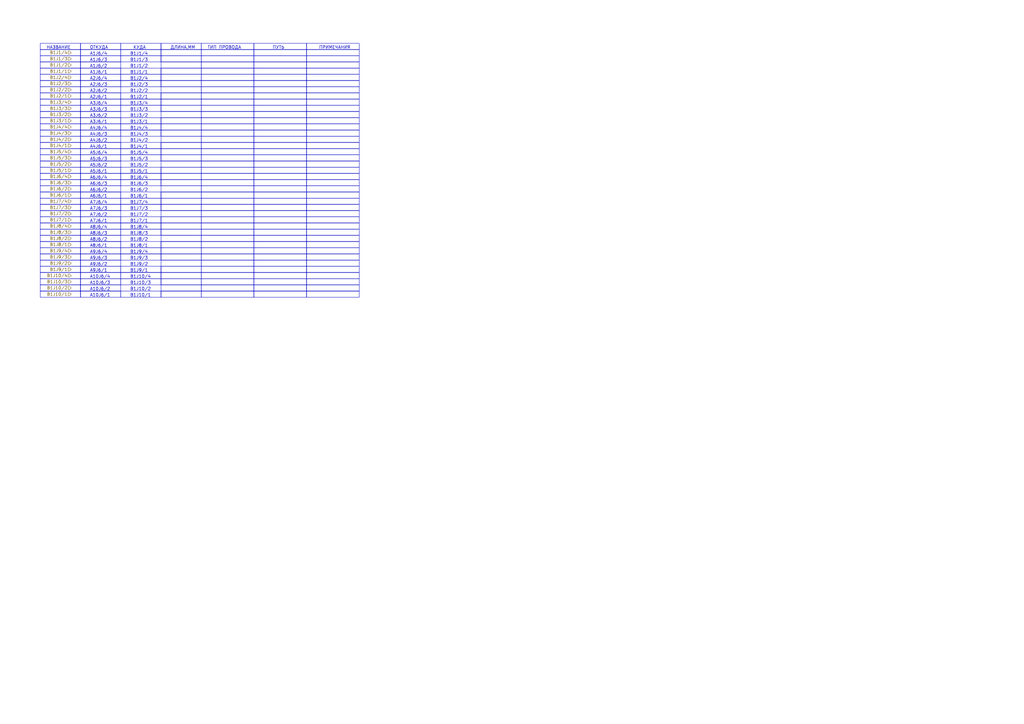
<source format=kicad_sch>
(kicad_sch
	(version 20231120)
	(generator "eeschema")
	(generator_version "8.0")
	(uuid "82787716-d31d-4ee6-b2c0-eeb6429d1335")
	(paper "A3")
	(lib_symbols)
	(rectangle
		(start 49.53 17.78)
		(end 66.04 20.32)
		(stroke
			(width 0)
			(type default)
		)
		(fill
			(type none)
		)
		(uuid 015533b7-c879-482d-92af-6b585526d33a)
	)
	(rectangle
		(start 33.02 33.02)
		(end 49.53 35.56)
		(stroke
			(width 0)
			(type default)
		)
		(fill
			(type none)
		)
		(uuid 02037f24-c755-46f4-90b3-0fc54a03b6c4)
	)
	(rectangle
		(start 82.55 20.32)
		(end 104.14 22.86)
		(stroke
			(width 0)
			(type default)
		)
		(fill
			(type none)
		)
		(uuid 03912881-f305-40e5-83ed-4611f1305ffb)
	)
	(rectangle
		(start 125.73 119.38)
		(end 147.32 121.92)
		(stroke
			(width 0)
			(type default)
		)
		(fill
			(type none)
		)
		(uuid 058f630a-9aed-4815-9543-2c17e52555a5)
	)
	(rectangle
		(start 33.02 78.74)
		(end 49.53 81.28)
		(stroke
			(width 0)
			(type default)
		)
		(fill
			(type none)
		)
		(uuid 071d7b0a-9266-4198-bfa8-3a8c537be42b)
	)
	(rectangle
		(start 125.73 58.42)
		(end 147.32 60.96)
		(stroke
			(width 0)
			(type default)
		)
		(fill
			(type none)
		)
		(uuid 08a9c353-dd6d-47e3-b80d-d23f41155b29)
	)
	(rectangle
		(start 66.04 43.18)
		(end 82.55 45.72)
		(stroke
			(width 0)
			(type default)
		)
		(fill
			(type none)
		)
		(uuid 09ad7d17-c0e7-4a49-a6ab-93958753a3ec)
	)
	(rectangle
		(start 66.04 50.8)
		(end 82.55 53.34)
		(stroke
			(width 0)
			(type default)
		)
		(fill
			(type none)
		)
		(uuid 09deef61-6672-4d1c-aeaa-0b5644d1f899)
	)
	(rectangle
		(start 82.55 43.18)
		(end 104.14 45.72)
		(stroke
			(width 0)
			(type default)
		)
		(fill
			(type none)
		)
		(uuid 0a4d92ad-f8ae-476c-b945-c60d53aa1bbb)
	)
	(rectangle
		(start 104.14 83.82)
		(end 125.73 86.36)
		(stroke
			(width 0)
			(type default)
		)
		(fill
			(type none)
		)
		(uuid 0af5d020-9365-4517-bcb3-d3e7ea38459c)
	)
	(rectangle
		(start 125.73 106.68)
		(end 147.32 109.22)
		(stroke
			(width 0)
			(type default)
		)
		(fill
			(type none)
		)
		(uuid 0c2ace7c-45b0-4fba-a8f7-70ae4b692a4b)
	)
	(rectangle
		(start 66.04 114.3)
		(end 82.55 116.84)
		(stroke
			(width 0)
			(type default)
		)
		(fill
			(type none)
		)
		(uuid 0c654a7e-f23f-42dc-a1c0-cf465b2233da)
	)
	(rectangle
		(start 66.04 76.2)
		(end 82.55 78.74)
		(stroke
			(width 0)
			(type default)
		)
		(fill
			(type none)
		)
		(uuid 0c6e306d-b8b3-46ee-88a7-42b99e1d9eb9)
	)
	(rectangle
		(start 104.14 99.06)
		(end 125.73 101.6)
		(stroke
			(width 0)
			(type default)
		)
		(fill
			(type none)
		)
		(uuid 0c7b9c97-58ea-45f2-8d78-bec743feb244)
	)
	(rectangle
		(start 33.02 45.72)
		(end 49.53 48.26)
		(stroke
			(width 0)
			(type default)
		)
		(fill
			(type none)
		)
		(uuid 1033b7dd-0c95-4971-8d15-d7cd8a2918ae)
	)
	(rectangle
		(start 82.55 27.94)
		(end 104.14 30.48)
		(stroke
			(width 0)
			(type default)
		)
		(fill
			(type none)
		)
		(uuid 103fcf92-dbc6-4485-b146-9de688714c04)
	)
	(rectangle
		(start 125.73 38.1)
		(end 147.32 40.64)
		(stroke
			(width 0)
			(type default)
		)
		(fill
			(type none)
		)
		(uuid 10c0fcab-1ebd-45e3-a0e1-61e9b3a9f6e3)
	)
	(rectangle
		(start 66.04 63.5)
		(end 82.55 66.04)
		(stroke
			(width 0)
			(type default)
		)
		(fill
			(type none)
		)
		(uuid 10c2ccbf-c55d-4793-a503-3fac2291e3b7)
	)
	(rectangle
		(start 33.02 111.76)
		(end 49.53 114.3)
		(stroke
			(width 0)
			(type default)
		)
		(fill
			(type none)
		)
		(uuid 1406b6a4-9dc9-41e7-8561-4fe3130940cb)
	)
	(rectangle
		(start 125.73 43.18)
		(end 147.32 45.72)
		(stroke
			(width 0)
			(type default)
		)
		(fill
			(type none)
		)
		(uuid 14af16e8-5519-4de1-b4ab-c121cbb7f9b3)
	)
	(rectangle
		(start 16.51 45.72)
		(end 33.02 48.26)
		(stroke
			(width 0)
			(type default)
		)
		(fill
			(type none)
		)
		(uuid 15629093-309f-4078-9a86-08a1f57680dd)
	)
	(rectangle
		(start 104.14 81.28)
		(end 125.73 83.82)
		(stroke
			(width 0)
			(type default)
		)
		(fill
			(type none)
		)
		(uuid 1739fc88-dbe0-4bd6-85ce-dbdd9d834b4a)
	)
	(rectangle
		(start 82.55 81.28)
		(end 104.14 83.82)
		(stroke
			(width 0)
			(type default)
		)
		(fill
			(type none)
		)
		(uuid 1836932f-bc26-497d-9250-fb0a3198b788)
	)
	(rectangle
		(start 49.53 104.14)
		(end 66.04 106.68)
		(stroke
			(width 0)
			(type default)
		)
		(fill
			(type none)
		)
		(uuid 18ea3c53-b35a-4365-95f5-ed4fabf071e6)
	)
	(rectangle
		(start 82.55 48.26)
		(end 104.14 50.8)
		(stroke
			(width 0)
			(type default)
		)
		(fill
			(type none)
		)
		(uuid 19cc070c-d1ee-4021-b24a-aea50e47470b)
	)
	(rectangle
		(start 66.04 66.04)
		(end 82.55 68.58)
		(stroke
			(width 0)
			(type default)
		)
		(fill
			(type none)
		)
		(uuid 1a7b6ecf-fd63-4cbd-b7b6-8fe02761e8d8)
	)
	(rectangle
		(start 33.02 73.66)
		(end 49.53 76.2)
		(stroke
			(width 0)
			(type default)
		)
		(fill
			(type none)
		)
		(uuid 1b9f065c-3aea-4fec-abae-d1d34e0d198e)
	)
	(rectangle
		(start 125.73 33.02)
		(end 147.32 35.56)
		(stroke
			(width 0)
			(type default)
		)
		(fill
			(type none)
		)
		(uuid 1c885490-1e2f-4d80-bd31-df9e99e77538)
	)
	(rectangle
		(start 82.55 101.6)
		(end 104.14 104.14)
		(stroke
			(width 0)
			(type default)
		)
		(fill
			(type none)
		)
		(uuid 1c9ea9cb-1062-43c1-b2e6-2d9a1d6e58f6)
	)
	(rectangle
		(start 82.55 66.04)
		(end 104.14 68.58)
		(stroke
			(width 0)
			(type default)
		)
		(fill
			(type none)
		)
		(uuid 1d4cbce5-398e-4891-ae72-6cbc0137a03f)
	)
	(rectangle
		(start 16.51 58.42)
		(end 33.02 60.96)
		(stroke
			(width 0)
			(type default)
		)
		(fill
			(type none)
		)
		(uuid 1de116ed-8dda-49ad-a824-4a14cbffe43f)
	)
	(rectangle
		(start 82.55 73.66)
		(end 104.14 76.2)
		(stroke
			(width 0)
			(type default)
		)
		(fill
			(type none)
		)
		(uuid 1e3d7529-0a56-4185-82e9-5f503f47df69)
	)
	(rectangle
		(start 33.02 116.84)
		(end 49.53 119.38)
		(stroke
			(width 0)
			(type default)
		)
		(fill
			(type none)
		)
		(uuid 2120d75d-8758-4719-bdaf-34588668398b)
	)
	(rectangle
		(start 33.02 86.36)
		(end 49.53 88.9)
		(stroke
			(width 0)
			(type default)
		)
		(fill
			(type none)
		)
		(uuid 21cd4ba2-8851-4137-a4e7-af37a30d2636)
	)
	(rectangle
		(start 82.55 53.34)
		(end 104.14 55.88)
		(stroke
			(width 0)
			(type default)
		)
		(fill
			(type none)
		)
		(uuid 220b50d6-5a84-40c4-a4f0-78440626196c)
	)
	(rectangle
		(start 104.14 30.48)
		(end 125.73 33.02)
		(stroke
			(width 0)
			(type default)
		)
		(fill
			(type none)
		)
		(uuid 2243b831-d3fb-4801-96ea-496fde77e929)
	)
	(rectangle
		(start 104.14 38.1)
		(end 125.73 40.64)
		(stroke
			(width 0)
			(type default)
		)
		(fill
			(type none)
		)
		(uuid 234c6d59-c89f-49c9-80d4-c6d7b638c584)
	)
	(rectangle
		(start 82.55 71.12)
		(end 104.14 73.66)
		(stroke
			(width 0)
			(type default)
		)
		(fill
			(type none)
		)
		(uuid 23e0315c-e1df-4900-976d-726fbe82e631)
	)
	(rectangle
		(start 104.14 55.88)
		(end 125.73 58.42)
		(stroke
			(width 0)
			(type default)
		)
		(fill
			(type none)
		)
		(uuid 258cc1b7-df7d-4676-bc46-12ca0054c8a3)
	)
	(rectangle
		(start 16.51 114.3)
		(end 33.02 116.84)
		(stroke
			(width 0)
			(type default)
		)
		(fill
			(type none)
		)
		(uuid 25cb8673-5f62-472a-b8f0-f9e729d715c7)
	)
	(rectangle
		(start 33.02 109.22)
		(end 49.53 111.76)
		(stroke
			(width 0)
			(type default)
		)
		(fill
			(type none)
		)
		(uuid 26b96443-d167-4d63-a692-4b7c62c27584)
	)
	(rectangle
		(start 104.14 20.32)
		(end 125.73 22.86)
		(stroke
			(width 0)
			(type default)
		)
		(fill
			(type none)
		)
		(uuid 27079bac-191e-439e-af7a-d5b1b7d6675d)
	)
	(rectangle
		(start 66.04 111.76)
		(end 82.55 114.3)
		(stroke
			(width 0)
			(type default)
		)
		(fill
			(type none)
		)
		(uuid 277e69e9-8e5d-49e4-b0a8-82188eb8cedd)
	)
	(rectangle
		(start 104.14 88.9)
		(end 125.73 91.44)
		(stroke
			(width 0)
			(type default)
		)
		(fill
			(type none)
		)
		(uuid 27b2f29d-1045-499d-a9be-ff00be66a397)
	)
	(rectangle
		(start 16.51 25.4)
		(end 33.02 27.94)
		(stroke
			(width 0)
			(type default)
		)
		(fill
			(type none)
		)
		(uuid 29835592-2f1e-418e-954c-2d0dedd7e373)
	)
	(rectangle
		(start 104.14 43.18)
		(end 125.73 45.72)
		(stroke
			(width 0)
			(type default)
		)
		(fill
			(type none)
		)
		(uuid 29a3088f-b7c0-42c7-bf1e-a5f8c31b43ba)
	)
	(rectangle
		(start 49.53 22.86)
		(end 66.04 25.4)
		(stroke
			(width 0)
			(type default)
		)
		(fill
			(type none)
		)
		(uuid 2c0b9ad9-acb0-466b-8faf-c2b0b17ff0ce)
	)
	(rectangle
		(start 66.04 96.52)
		(end 82.55 99.06)
		(stroke
			(width 0)
			(type default)
		)
		(fill
			(type none)
		)
		(uuid 2e7a2188-e570-46eb-bf66-19e625f7185e)
	)
	(rectangle
		(start 125.73 22.86)
		(end 147.32 25.4)
		(stroke
			(width 0)
			(type default)
		)
		(fill
			(type none)
		)
		(uuid 2efb380b-6a97-4af0-9a50-8d3e98483e18)
	)
	(rectangle
		(start 33.02 114.3)
		(end 49.53 116.84)
		(stroke
			(width 0)
			(type default)
		)
		(fill
			(type none)
		)
		(uuid 2f064579-21da-4678-9a4e-f6718b1164fb)
	)
	(rectangle
		(start 66.04 45.72)
		(end 82.55 48.26)
		(stroke
			(width 0)
			(type default)
		)
		(fill
			(type none)
		)
		(uuid 2f410b64-febb-47c8-b2e2-a19f52ac0c93)
	)
	(rectangle
		(start 104.14 68.58)
		(end 125.73 71.12)
		(stroke
			(width 0)
			(type default)
		)
		(fill
			(type none)
		)
		(uuid 302c1db7-0f1e-411b-9623-305e4093785c)
	)
	(rectangle
		(start 49.53 71.12)
		(end 66.04 73.66)
		(stroke
			(width 0)
			(type default)
		)
		(fill
			(type none)
		)
		(uuid 309ce1dd-ab49-4c39-a737-2dabe10abc63)
	)
	(rectangle
		(start 82.55 104.14)
		(end 104.14 106.68)
		(stroke
			(width 0)
			(type default)
		)
		(fill
			(type none)
		)
		(uuid 33966e7a-42a0-4767-8a10-2d093c926c42)
	)
	(rectangle
		(start 33.02 93.98)
		(end 49.53 96.52)
		(stroke
			(width 0)
			(type default)
		)
		(fill
			(type none)
		)
		(uuid 33f37071-2d2c-43d5-a25d-7b9770cc119e)
	)
	(rectangle
		(start 66.04 116.84)
		(end 82.55 119.38)
		(stroke
			(width 0)
			(type default)
		)
		(fill
			(type none)
		)
		(uuid 348b14ad-3fb8-43e8-bd8e-d7e1620eff90)
	)
	(rectangle
		(start 16.51 83.82)
		(end 33.02 86.36)
		(stroke
			(width 0)
			(type default)
		)
		(fill
			(type none)
		)
		(uuid 349e8b28-2d8d-400d-948a-90d64cbf9aa0)
	)
	(rectangle
		(start 49.53 48.26)
		(end 66.04 50.8)
		(stroke
			(width 0)
			(type default)
		)
		(fill
			(type none)
		)
		(uuid 357bff9b-7c1b-4506-ac5d-96ad002ffde6)
	)
	(rectangle
		(start 125.73 68.58)
		(end 147.32 71.12)
		(stroke
			(width 0)
			(type default)
		)
		(fill
			(type none)
		)
		(uuid 35dfcf11-6c09-4a7a-a0e7-7114bc4b2a43)
	)
	(rectangle
		(start 66.04 68.58)
		(end 82.55 71.12)
		(stroke
			(width 0)
			(type default)
		)
		(fill
			(type none)
		)
		(uuid 372bdcdb-5a1b-4f1f-be73-6a9485faf28f)
	)
	(rectangle
		(start 125.73 83.82)
		(end 147.32 86.36)
		(stroke
			(width 0)
			(type default)
		)
		(fill
			(type none)
		)
		(uuid 3913981d-7305-4774-aca3-3a70c2fc2727)
	)
	(rectangle
		(start 82.55 114.3)
		(end 104.14 116.84)
		(stroke
			(width 0)
			(type default)
		)
		(fill
			(type none)
		)
		(uuid 39582579-8f8f-4225-82d5-c0f07221829a)
	)
	(rectangle
		(start 66.04 30.48)
		(end 82.55 33.02)
		(stroke
			(width 0)
			(type default)
		)
		(fill
			(type none)
		)
		(uuid 399a6f96-2e81-4e3b-971b-4e471be2a6bc)
	)
	(rectangle
		(start 82.55 91.44)
		(end 104.14 93.98)
		(stroke
			(width 0)
			(type default)
		)
		(fill
			(type none)
		)
		(uuid 3c405502-fc7c-41fd-a0a2-43bf51290e31)
	)
	(rectangle
		(start 33.02 96.52)
		(end 49.53 99.06)
		(stroke
			(width 0)
			(type default)
		)
		(fill
			(type none)
		)
		(uuid 3e20da5f-3be8-49b2-82b6-64e0aad43db8)
	)
	(rectangle
		(start 125.73 109.22)
		(end 147.32 111.76)
		(stroke
			(width 0)
			(type default)
		)
		(fill
			(type none)
		)
		(uuid 3ebbfe92-5913-4a31-93f5-97835561e9b4)
	)
	(rectangle
		(start 49.53 33.02)
		(end 66.04 35.56)
		(stroke
			(width 0)
			(type default)
		)
		(fill
			(type none)
		)
		(uuid 42e40513-c0bf-469a-8c77-3c99023e9be8)
	)
	(rectangle
		(start 16.51 20.32)
		(end 33.02 22.86)
		(stroke
			(width 0)
			(type default)
		)
		(fill
			(type none)
		)
		(uuid 431d6222-671b-4628-9bd3-2c13677d7dd6)
	)
	(rectangle
		(start 49.53 119.38)
		(end 66.04 121.92)
		(stroke
			(width 0)
			(type default)
		)
		(fill
			(type none)
		)
		(uuid 443c6b8d-2e3c-44f9-92bd-3d3c3d42ad34)
	)
	(rectangle
		(start 66.04 73.66)
		(end 82.55 76.2)
		(stroke
			(width 0)
			(type default)
		)
		(fill
			(type none)
		)
		(uuid 4662890e-54ff-4b5b-a18a-e7723a6b3028)
	)
	(rectangle
		(start 16.51 71.12)
		(end 33.02 73.66)
		(stroke
			(width 0)
			(type default)
		)
		(fill
			(type none)
		)
		(uuid 467bb70d-268b-4bdb-bb3b-2a6037c4e3f6)
	)
	(rectangle
		(start 82.55 33.02)
		(end 104.14 35.56)
		(stroke
			(width 0)
			(type default)
		)
		(fill
			(type none)
		)
		(uuid 4732c3df-3bd9-4b3c-81da-86e098ece4ea)
	)
	(rectangle
		(start 16.51 93.98)
		(end 33.02 96.52)
		(stroke
			(width 0)
			(type default)
		)
		(fill
			(type none)
		)
		(uuid 47c524ba-a219-47e7-a883-809156416978)
	)
	(rectangle
		(start 125.73 53.34)
		(end 147.32 55.88)
		(stroke
			(width 0)
			(type default)
		)
		(fill
			(type none)
		)
		(uuid 48dcf51f-ca88-46dd-a1f6-c3484b62ba57)
	)
	(rectangle
		(start 16.51 119.38)
		(end 33.02 121.92)
		(stroke
			(width 0)
			(type default)
		)
		(fill
			(type none)
		)
		(uuid 4dd29f08-5bb2-4163-b08e-02500ce7ae6b)
	)
	(rectangle
		(start 49.53 73.66)
		(end 66.04 76.2)
		(stroke
			(width 0)
			(type default)
		)
		(fill
			(type none)
		)
		(uuid 513e094f-961e-4183-bb7d-521b2a262b06)
	)
	(rectangle
		(start 49.53 93.98)
		(end 66.04 96.52)
		(stroke
			(width 0)
			(type default)
		)
		(fill
			(type none)
		)
		(uuid 51b9c6ae-39eb-4fce-a5d3-d297430cd7bc)
	)
	(rectangle
		(start 82.55 58.42)
		(end 104.14 60.96)
		(stroke
			(width 0)
			(type default)
		)
		(fill
			(type none)
		)
		(uuid 52cc021a-c3ce-442d-b6c1-673562276fb0)
	)
	(rectangle
		(start 16.51 88.9)
		(end 33.02 91.44)
		(stroke
			(width 0)
			(type default)
		)
		(fill
			(type none)
		)
		(uuid 5483ffc9-3e00-4e75-8895-5237a3b88e37)
	)
	(rectangle
		(start 66.04 25.4)
		(end 82.55 27.94)
		(stroke
			(width 0)
			(type default)
		)
		(fill
			(type none)
		)
		(uuid 565f0842-d0fd-4277-a2c6-02f279670bea)
	)
	(rectangle
		(start 125.73 81.28)
		(end 147.32 83.82)
		(stroke
			(width 0)
			(type default)
		)
		(fill
			(type none)
		)
		(uuid 56fb2464-8969-45f6-80d6-1b34973fc5de)
	)
	(rectangle
		(start 66.04 20.32)
		(end 82.55 22.86)
		(stroke
			(width 0)
			(type default)
		)
		(fill
			(type none)
		)
		(uuid 570cb219-d1a6-4313-85f6-0a0c6abbd1d2)
	)
	(rectangle
		(start 33.02 50.8)
		(end 49.53 53.34)
		(stroke
			(width 0)
			(type default)
		)
		(fill
			(type none)
		)
		(uuid 57805ef7-898f-4743-b78a-3ae6f333cc84)
	)
	(rectangle
		(start 125.73 50.8)
		(end 147.32 53.34)
		(stroke
			(width 0)
			(type default)
		)
		(fill
			(type none)
		)
		(uuid 58d965c0-5170-482e-bf4b-c2ee6faf012a)
	)
	(rectangle
		(start 66.04 48.26)
		(end 82.55 50.8)
		(stroke
			(width 0)
			(type default)
		)
		(fill
			(type none)
		)
		(uuid 596b48b5-a773-4cb5-97b5-5dfc1ff56af3)
	)
	(rectangle
		(start 16.51 68.58)
		(end 33.02 71.12)
		(stroke
			(width 0)
			(type default)
		)
		(fill
			(type none)
		)
		(uuid 5bb55203-b3c9-463e-b059-81dc9497c5d1)
	)
	(rectangle
		(start 82.55 45.72)
		(end 104.14 48.26)
		(stroke
			(width 0)
			(type default)
		)
		(fill
			(type none)
		)
		(uuid 5cfc7007-4fbb-4ed7-9372-931cae01641f)
	)
	(rectangle
		(start 16.51 101.6)
		(end 33.02 104.14)
		(stroke
			(width 0)
			(type default)
		)
		(fill
			(type none)
		)
		(uuid 5d43b520-9824-4b5f-a112-40aca7af3bcb)
	)
	(rectangle
		(start 104.14 25.4)
		(end 125.73 27.94)
		(stroke
			(width 0)
			(type default)
		)
		(fill
			(type none)
		)
		(uuid 5d9c365c-2863-4532-b935-2e43e0ce16b7)
	)
	(rectangle
		(start 16.51 17.78)
		(end 33.02 20.32)
		(stroke
			(width 0)
			(type default)
		)
		(fill
			(type none)
		)
		(uuid 5e28a890-1357-4b80-9216-68290dd46652)
	)
	(rectangle
		(start 104.14 22.86)
		(end 125.73 25.4)
		(stroke
			(width 0)
			(type default)
		)
		(fill
			(type none)
		)
		(uuid 5e63d98b-65e6-495e-bfc9-00f0e71b51f8)
	)
	(rectangle
		(start 125.73 71.12)
		(end 147.32 73.66)
		(stroke
			(width 0)
			(type default)
		)
		(fill
			(type none)
		)
		(uuid 5e99a196-dd5e-4c57-a7a9-e6b40d5f9dc4)
	)
	(rectangle
		(start 49.53 101.6)
		(end 66.04 104.14)
		(stroke
			(width 0)
			(type default)
		)
		(fill
			(type none)
		)
		(uuid 5f94040a-4067-4655-837e-33838e10755e)
	)
	(rectangle
		(start 33.02 25.4)
		(end 49.53 27.94)
		(stroke
			(width 0)
			(type default)
		)
		(fill
			(type none)
		)
		(uuid 5ffd5562-61b3-40a1-ab2e-4bb0457eda0f)
	)
	(rectangle
		(start 66.04 55.88)
		(end 82.55 58.42)
		(stroke
			(width 0)
			(type default)
		)
		(fill
			(type none)
		)
		(uuid 60c52d21-4e46-42e2-a101-c55a1c59c181)
	)
	(rectangle
		(start 82.55 40.64)
		(end 104.14 43.18)
		(stroke
			(width 0)
			(type default)
		)
		(fill
			(type none)
		)
		(uuid 6172a5cf-f121-41f7-9318-0a6416b145ea)
	)
	(rectangle
		(start 16.51 50.8)
		(end 33.02 53.34)
		(stroke
			(width 0)
			(type default)
		)
		(fill
			(type none)
		)
		(uuid 61cd385c-dd08-4822-84ff-c4695f410a63)
	)
	(rectangle
		(start 16.51 73.66)
		(end 33.02 76.2)
		(stroke
			(width 0)
			(type default)
		)
		(fill
			(type none)
		)
		(uuid 6214cd5f-48cb-4b5f-9420-629deda5a1b2)
	)
	(rectangle
		(start 66.04 71.12)
		(end 82.55 73.66)
		(stroke
			(width 0)
			(type default)
		)
		(fill
			(type none)
		)
		(uuid 62516827-649e-480b-82be-3c8103cb1e7a)
	)
	(rectangle
		(start 125.73 60.96)
		(end 147.32 63.5)
		(stroke
			(width 0)
			(type default)
		)
		(fill
			(type none)
		)
		(uuid 62de326c-1c8b-4242-87db-e4c9e50d8e0d)
	)
	(rectangle
		(start 16.51 60.96)
		(end 33.02 63.5)
		(stroke
			(width 0)
			(type default)
		)
		(fill
			(type none)
		)
		(uuid 63d666df-303d-4c21-84f6-d3c59596a2bd)
	)
	(rectangle
		(start 49.53 78.74)
		(end 66.04 81.28)
		(stroke
			(width 0)
			(type default)
		)
		(fill
			(type none)
		)
		(uuid 649df382-1b10-4593-8f71-98608577351f)
	)
	(rectangle
		(start 33.02 17.78)
		(end 49.53 20.32)
		(stroke
			(width 0)
			(type default)
		)
		(fill
			(type none)
		)
		(uuid 654ef216-c39e-42f5-bba2-790a2d554790)
	)
	(rectangle
		(start 16.51 48.26)
		(end 33.02 50.8)
		(stroke
			(width 0)
			(type default)
		)
		(fill
			(type none)
		)
		(uuid 66029446-a3e9-4292-9b6b-8bd8b955815c)
	)
	(rectangle
		(start 33.02 101.6)
		(end 49.53 104.14)
		(stroke
			(width 0)
			(type default)
		)
		(fill
			(type none)
		)
		(uuid 66d82714-fa66-4a6c-b2ce-c8982140aaaa)
	)
	(rectangle
		(start 49.53 30.48)
		(end 66.04 33.02)
		(stroke
			(width 0)
			(type default)
		)
		(fill
			(type none)
		)
		(uuid 6712634d-7238-492a-abe0-4487f06e31d7)
	)
	(rectangle
		(start 49.53 40.64)
		(end 66.04 43.18)
		(stroke
			(width 0)
			(type default)
		)
		(fill
			(type none)
		)
		(uuid 69c76c76-e18d-4eda-afb0-c087c8c6a279)
	)
	(rectangle
		(start 104.14 91.44)
		(end 125.73 93.98)
		(stroke
			(width 0)
			(type default)
		)
		(fill
			(type none)
		)
		(uuid 69cc4667-d328-4212-8810-68b15a1c9633)
	)
	(rectangle
		(start 33.02 66.04)
		(end 49.53 68.58)
		(stroke
			(width 0)
			(type default)
		)
		(fill
			(type none)
		)
		(uuid 6ce574ce-5f0b-489d-9df9-32fac0d1c1c6)
	)
	(rectangle
		(start 16.51 81.28)
		(end 33.02 83.82)
		(stroke
			(width 0)
			(type default)
		)
		(fill
			(type none)
		)
		(uuid 6d1ebc0e-18f3-4e1a-affe-e46907851a5b)
	)
	(rectangle
		(start 16.51 116.84)
		(end 33.02 119.38)
		(stroke
			(width 0)
			(type default)
		)
		(fill
			(type none)
		)
		(uuid 6d96b4f3-fc74-4443-abce-1a914629b3a6)
	)
	(rectangle
		(start 82.55 30.48)
		(end 104.14 33.02)
		(stroke
			(width 0)
			(type default)
		)
		(fill
			(type none)
		)
		(uuid 6f2183b7-19a0-4c86-8488-b32569c1112d)
	)
	(rectangle
		(start 104.14 45.72)
		(end 125.73 48.26)
		(stroke
			(width 0)
			(type default)
		)
		(fill
			(type none)
		)
		(uuid 6f28374f-8ace-4ea6-9f6f-863671fc2557)
	)
	(rectangle
		(start 104.14 73.66)
		(end 125.73 76.2)
		(stroke
			(width 0)
			(type default)
		)
		(fill
			(type none)
		)
		(uuid 707ed049-a088-42bb-987e-e55d01553724)
	)
	(rectangle
		(start 49.53 111.76)
		(end 66.04 114.3)
		(stroke
			(width 0)
			(type default)
		)
		(fill
			(type none)
		)
		(uuid 70d2fac9-2c93-41e1-beb6-ca92eec47366)
	)
	(rectangle
		(start 49.53 114.3)
		(end 66.04 116.84)
		(stroke
			(width 0)
			(type default)
		)
		(fill
			(type none)
		)
		(uuid 713da036-a678-49ed-bd23-85ab6e1fce9d)
	)
	(rectangle
		(start 16.51 22.86)
		(end 33.02 25.4)
		(stroke
			(width 0)
			(type default)
		)
		(fill
			(type none)
		)
		(uuid 71ac9068-e70d-4fb3-9457-03de43f43fb1)
	)
	(rectangle
		(start 66.04 91.44)
		(end 82.55 93.98)
		(stroke
			(width 0)
			(type default)
		)
		(fill
			(type none)
		)
		(uuid 721300c0-8b85-49be-a5a3-8c0502be39a3)
	)
	(rectangle
		(start 49.53 68.58)
		(end 66.04 71.12)
		(stroke
			(width 0)
			(type default)
		)
		(fill
			(type none)
		)
		(uuid 77415159-4912-4560-9d82-e37263c26202)
	)
	(rectangle
		(start 125.73 73.66)
		(end 147.32 76.2)
		(stroke
			(width 0)
			(type default)
		)
		(fill
			(type none)
		)
		(uuid 7a241b77-814d-4361-94df-7dbc65869015)
	)
	(rectangle
		(start 49.53 27.94)
		(end 66.04 30.48)
		(stroke
			(width 0)
			(type default)
		)
		(fill
			(type none)
		)
		(uuid 7b98abe0-e624-434f-b3b4-deae43b24966)
	)
	(rectangle
		(start 125.73 104.14)
		(end 147.32 106.68)
		(stroke
			(width 0)
			(type default)
		)
		(fill
			(type none)
		)
		(uuid 7c8423a7-a2d2-410a-9d4c-66615df91efc)
	)
	(rectangle
		(start 33.02 99.06)
		(end 49.53 101.6)
		(stroke
			(width 0)
			(type default)
		)
		(fill
			(type none)
		)
		(uuid 7d1b2bb7-d31c-4cd4-8d06-eb61cabdbbf0)
	)
	(rectangle
		(start 104.14 76.2)
		(end 125.73 78.74)
		(stroke
			(width 0)
			(type default)
		)
		(fill
			(type none)
		)
		(uuid 7d367b27-2ce0-453b-90c9-6a1d1da30c62)
	)
	(rectangle
		(start 33.02 68.58)
		(end 49.53 71.12)
		(stroke
			(width 0)
			(type default)
		)
		(fill
			(type none)
		)
		(uuid 7d75b080-ba4d-4770-b38b-2978c382a9bb)
	)
	(rectangle
		(start 16.51 63.5)
		(end 33.02 66.04)
		(stroke
			(width 0)
			(type default)
		)
		(fill
			(type none)
		)
		(uuid 7db27675-63bb-4ff5-a3d7-ba9117d493a5)
	)
	(rectangle
		(start 66.04 99.06)
		(end 82.55 101.6)
		(stroke
			(width 0)
			(type default)
		)
		(fill
			(type none)
		)
		(uuid 7f69829f-3047-4d46-b6e5-52714293fc3b)
	)
	(rectangle
		(start 125.73 40.64)
		(end 147.32 43.18)
		(stroke
			(width 0)
			(type default)
		)
		(fill
			(type none)
		)
		(uuid 8181ddb7-5f2d-4e0e-9780-0d715dad93d1)
	)
	(rectangle
		(start 104.14 53.34)
		(end 125.73 55.88)
		(stroke
			(width 0)
			(type default)
		)
		(fill
			(type none)
		)
		(uuid 824768dc-e3fa-4216-8ae1-b506cdb95104)
	)
	(rectangle
		(start 49.53 83.82)
		(end 66.04 86.36)
		(stroke
			(width 0)
			(type default)
		)
		(fill
			(type none)
		)
		(uuid 84bea9c1-54a5-4430-bbcc-dcfbd5318b7a)
	)
	(rectangle
		(start 104.14 33.02)
		(end 125.73 35.56)
		(stroke
			(width 0)
			(type default)
		)
		(fill
			(type none)
		)
		(uuid 86034a1e-97d3-48d1-a8e4-6a0c602ab0f2)
	)
	(rectangle
		(start 16.51 76.2)
		(end 33.02 78.74)
		(stroke
			(width 0)
			(type default)
		)
		(fill
			(type none)
		)
		(uuid 86c39d66-7a71-4b8c-ba18-787ace3be7f6)
	)
	(rectangle
		(start 66.04 109.22)
		(end 82.55 111.76)
		(stroke
			(width 0)
			(type default)
		)
		(fill
			(type none)
		)
		(uuid 86f6f853-4a6b-4906-bd35-705037c070f3)
	)
	(rectangle
		(start 16.51 33.02)
		(end 33.02 35.56)
		(stroke
			(width 0)
			(type default)
		)
		(fill
			(type none)
		)
		(uuid 876a73eb-02d1-4935-96bc-ed95d640009d)
	)
	(rectangle
		(start 33.02 35.56)
		(end 49.53 38.1)
		(stroke
			(width 0)
			(type default)
		)
		(fill
			(type none)
		)
		(uuid 8796cff8-4c08-4d59-b797-f5622a2ae862)
	)
	(rectangle
		(start 125.73 45.72)
		(end 147.32 48.26)
		(stroke
			(width 0)
			(type default)
		)
		(fill
			(type none)
		)
		(uuid 87e35fd3-f3d8-4a68-bad1-67a8b5fdfd66)
	)
	(rectangle
		(start 16.51 96.52)
		(end 33.02 99.06)
		(stroke
			(width 0)
			(type default)
		)
		(fill
			(type none)
		)
		(uuid 88421dcb-bfdb-4788-a7b7-3eda27849a02)
	)
	(rectangle
		(start 82.55 116.84)
		(end 104.14 119.38)
		(stroke
			(width 0)
			(type default)
		)
		(fill
			(type none)
		)
		(uuid 896c94f6-3b76-4269-8d41-4ca2b0c7e50a)
	)
	(rectangle
		(start 33.02 20.32)
		(end 49.53 22.86)
		(stroke
			(width 0)
			(type default)
		)
		(fill
			(type none)
		)
		(uuid 89bc6a94-4f4a-44fc-abd6-761dd2762995)
	)
	(rectangle
		(start 104.14 17.78)
		(end 125.73 20.32)
		(stroke
			(width 0)
			(type default)
		)
		(fill
			(type none)
		)
		(uuid 89e472f8-cb39-4dda-aeb1-e400bb67dbaf)
	)
	(rectangle
		(start 49.53 109.22)
		(end 66.04 111.76)
		(stroke
			(width 0)
			(type default)
		)
		(fill
			(type none)
		)
		(uuid 8a27fa1b-c908-4385-9e8a-50067750260c)
	)
	(rectangle
		(start 82.55 119.38)
		(end 104.14 121.92)
		(stroke
			(width 0)
			(type default)
		)
		(fill
			(type none)
		)
		(uuid 8a9ef420-08e9-4635-921b-1ef2dfbc7126)
	)
	(rectangle
		(start 66.04 119.38)
		(end 82.55 121.92)
		(stroke
			(width 0)
			(type default)
		)
		(fill
			(type none)
		)
		(uuid 8aa6e836-0b99-49e8-a1bc-d9d854bc403b)
	)
	(rectangle
		(start 66.04 27.94)
		(end 82.55 30.48)
		(stroke
			(width 0)
			(type default)
		)
		(fill
			(type none)
		)
		(uuid 8ae3a8fa-6314-4219-bdf0-ab9988d0bd89)
	)
	(rectangle
		(start 82.55 88.9)
		(end 104.14 91.44)
		(stroke
			(width 0)
			(type default)
		)
		(fill
			(type none)
		)
		(uuid 8e755491-cdc3-427e-8468-1f3cd59c31c3)
	)
	(rectangle
		(start 125.73 25.4)
		(end 147.32 27.94)
		(stroke
			(width 0)
			(type default)
		)
		(fill
			(type none)
		)
		(uuid 8f947b91-0425-416c-ab9f-c569a5714f47)
	)
	(rectangle
		(start 82.55 78.74)
		(end 104.14 81.28)
		(stroke
			(width 0)
			(type default)
		)
		(fill
			(type none)
		)
		(uuid 8fe6c22d-c836-40d0-9794-a565c84b4306)
	)
	(rectangle
		(start 66.04 93.98)
		(end 82.55 96.52)
		(stroke
			(width 0)
			(type default)
		)
		(fill
			(type none)
		)
		(uuid 90a197f6-39a5-4888-a399-579823a1da64)
	)
	(rectangle
		(start 33.02 43.18)
		(end 49.53 45.72)
		(stroke
			(width 0)
			(type default)
		)
		(fill
			(type none)
		)
		(uuid 91248997-0494-4365-9112-046003f9cd17)
	)
	(rectangle
		(start 82.55 25.4)
		(end 104.14 27.94)
		(stroke
			(width 0)
			(type default)
		)
		(fill
			(type none)
		)
		(uuid 91930af8-e6f0-41a8-9cd4-828722bbefd0)
	)
	(rectangle
		(start 16.51 38.1)
		(end 33.02 40.64)
		(stroke
			(width 0)
			(type default)
		)
		(fill
			(type none)
		)
		(uuid 919600e5-7885-4399-a356-e8a0d6f3fead)
	)
	(rectangle
		(start 125.73 30.48)
		(end 147.32 33.02)
		(stroke
			(width 0)
			(type default)
		)
		(fill
			(type none)
		)
		(uuid 9408c21b-ecc5-4dd3-905f-3d4c13840bcc)
	)
	(rectangle
		(start 49.53 58.42)
		(end 66.04 60.96)
		(stroke
			(width 0)
			(type default)
		)
		(fill
			(type none)
		)
		(uuid 94fc8b45-1a12-4c29-bd60-f13437c383b7)
	)
	(rectangle
		(start 82.55 93.98)
		(end 104.14 96.52)
		(stroke
			(width 0)
			(type default)
		)
		(fill
			(type none)
		)
		(uuid 957a3577-9e88-4183-ba5c-207dc5ef276d)
	)
	(rectangle
		(start 125.73 88.9)
		(end 147.32 91.44)
		(stroke
			(width 0)
			(type default)
		)
		(fill
			(type none)
		)
		(uuid 96cd87d2-89ee-4ad5-b3d9-2fabd303d919)
	)
	(rectangle
		(start 49.53 53.34)
		(end 66.04 55.88)
		(stroke
			(width 0)
			(type default)
		)
		(fill
			(type none)
		)
		(uuid 96dd780d-cca1-4d2b-89e5-a4230e97e3b0)
	)
	(rectangle
		(start 82.55 50.8)
		(end 104.14 53.34)
		(stroke
			(width 0)
			(type default)
		)
		(fill
			(type none)
		)
		(uuid 97a528c4-63fd-43b1-8893-ee6327a5bc09)
	)
	(rectangle
		(start 16.51 99.06)
		(end 33.02 101.6)
		(stroke
			(width 0)
			(type default)
		)
		(fill
			(type none)
		)
		(uuid 98643b92-3da1-4f2d-94cc-5b60d9ff7122)
	)
	(rectangle
		(start 104.14 114.3)
		(end 125.73 116.84)
		(stroke
			(width 0)
			(type default)
		)
		(fill
			(type none)
		)
		(uuid 99f83261-1426-40d4-97da-c12c79fc8c33)
	)
	(rectangle
		(start 49.53 63.5)
		(end 66.04 66.04)
		(stroke
			(width 0)
			(type default)
		)
		(fill
			(type none)
		)
		(uuid 9a023562-e461-4e1e-8150-b5bc24772846)
	)
	(rectangle
		(start 82.55 83.82)
		(end 104.14 86.36)
		(stroke
			(width 0)
			(type default)
		)
		(fill
			(type none)
		)
		(uuid 9a9d9307-2d66-4fbb-8ef2-ec5c128aefc2)
	)
	(rectangle
		(start 16.51 104.14)
		(end 33.02 106.68)
		(stroke
			(width 0)
			(type default)
		)
		(fill
			(type none)
		)
		(uuid 9c9b0e97-8c6b-4e5a-ad02-8a223d33562b)
	)
	(rectangle
		(start 16.51 86.36)
		(end 33.02 88.9)
		(stroke
			(width 0)
			(type default)
		)
		(fill
			(type none)
		)
		(uuid 9cefb415-3c2a-4b1a-ab53-c8a72fa19eb8)
	)
	(rectangle
		(start 104.14 60.96)
		(end 125.73 63.5)
		(stroke
			(width 0)
			(type default)
		)
		(fill
			(type none)
		)
		(uuid 9d744a20-b36a-498f-88d4-47095fa5ad2f)
	)
	(rectangle
		(start 16.51 109.22)
		(end 33.02 111.76)
		(stroke
			(width 0)
			(type default)
		)
		(fill
			(type none)
		)
		(uuid 9d765f1b-6994-4184-94c2-1d18bfabd388)
	)
	(rectangle
		(start 66.04 58.42)
		(end 82.55 60.96)
		(stroke
			(width 0)
			(type default)
		)
		(fill
			(type none)
		)
		(uuid 9eb1d41d-595f-493c-b827-58c8015edac8)
	)
	(rectangle
		(start 104.14 71.12)
		(end 125.73 73.66)
		(stroke
			(width 0)
			(type default)
		)
		(fill
			(type none)
		)
		(uuid 9f3e608b-ab15-43ec-9cb6-127d8879b97d)
	)
	(rectangle
		(start 125.73 35.56)
		(end 147.32 38.1)
		(stroke
			(width 0)
			(type default)
		)
		(fill
			(type none)
		)
		(uuid a0521128-f79f-45bd-86da-b5da336848fa)
	)
	(rectangle
		(start 66.04 60.96)
		(end 82.55 63.5)
		(stroke
			(width 0)
			(type default)
		)
		(fill
			(type none)
		)
		(uuid a0bdc217-d121-4cbd-a3da-09fbddf7f978)
	)
	(rectangle
		(start 104.14 63.5)
		(end 125.73 66.04)
		(stroke
			(width 0)
			(type default)
		)
		(fill
			(type none)
		)
		(uuid a2648d3d-8f8f-40a3-830c-a9b6e7b4f607)
	)
	(rectangle
		(start 82.55 68.58)
		(end 104.14 71.12)
		(stroke
			(width 0)
			(type default)
		)
		(fill
			(type none)
		)
		(uuid a26580d7-b04b-4248-b545-95b8c0250344)
	)
	(rectangle
		(start 82.55 99.06)
		(end 104.14 101.6)
		(stroke
			(width 0)
			(type default)
		)
		(fill
			(type none)
		)
		(uuid a369f960-fa51-4947-8a5e-7ecfd71cd803)
	)
	(rectangle
		(start 49.53 99.06)
		(end 66.04 101.6)
		(stroke
			(width 0)
			(type default)
		)
		(fill
			(type none)
		)
		(uuid a4dad501-8202-4fce-ab6c-cf6b94ef8531)
	)
	(rectangle
		(start 104.14 27.94)
		(end 125.73 30.48)
		(stroke
			(width 0)
			(type default)
		)
		(fill
			(type none)
		)
		(uuid a6fe198a-fa0a-45e1-a490-2326e3397a80)
	)
	(rectangle
		(start 104.14 50.8)
		(end 125.73 53.34)
		(stroke
			(width 0)
			(type default)
		)
		(fill
			(type none)
		)
		(uuid aea3d666-3113-4d8d-bb12-4b58b69127ff)
	)
	(rectangle
		(start 33.02 30.48)
		(end 49.53 33.02)
		(stroke
			(width 0)
			(type default)
		)
		(fill
			(type none)
		)
		(uuid b10acc7c-3922-4029-84a9-d16e177022a2)
	)
	(rectangle
		(start 66.04 86.36)
		(end 82.55 88.9)
		(stroke
			(width 0)
			(type default)
		)
		(fill
			(type none)
		)
		(uuid b14b594c-e399-4da7-8b6c-f1ec0889318c)
	)
	(rectangle
		(start 16.51 111.76)
		(end 33.02 114.3)
		(stroke
			(width 0)
			(type default)
		)
		(fill
			(type none)
		)
		(uuid b18633e9-6a2c-43a5-9a12-a7d4dc14468f)
	)
	(rectangle
		(start 82.55 38.1)
		(end 104.14 40.64)
		(stroke
			(width 0)
			(type default)
		)
		(fill
			(type none)
		)
		(uuid b18bc0ce-7f1b-4fe3-93d7-cb8d0cfec660)
	)
	(rectangle
		(start 125.73 99.06)
		(end 147.32 101.6)
		(stroke
			(width 0)
			(type default)
		)
		(fill
			(type none)
		)
		(uuid b1acacbf-7f9d-4faa-a672-cbe9dfc82250)
	)
	(rectangle
		(start 16.51 55.88)
		(end 33.02 58.42)
		(stroke
			(width 0)
			(type default)
		)
		(fill
			(type none)
		)
		(uuid b1fe4bec-c9ba-47cf-b2cb-bddbfda5abe5)
	)
	(rectangle
		(start 33.02 53.34)
		(end 49.53 55.88)
		(stroke
			(width 0)
			(type default)
		)
		(fill
			(type none)
		)
		(uuid b29f34b6-e5e0-475a-b0b2-32ef5259c01f)
	)
	(rectangle
		(start 49.53 20.32)
		(end 66.04 22.86)
		(stroke
			(width 0)
			(type default)
		)
		(fill
			(type none)
		)
		(uuid b3e84354-d723-4eb7-a6cb-8e8402b0d906)
	)
	(rectangle
		(start 125.73 101.6)
		(end 147.32 104.14)
		(stroke
			(width 0)
			(type default)
		)
		(fill
			(type none)
		)
		(uuid b55caf80-cd7f-4b3e-8296-4563695945bc)
	)
	(rectangle
		(start 33.02 71.12)
		(end 49.53 73.66)
		(stroke
			(width 0)
			(type default)
		)
		(fill
			(type none)
		)
		(uuid b98bf5ca-027b-4924-8823-63f46a28cad3)
	)
	(rectangle
		(start 82.55 17.78)
		(end 104.14 20.32)
		(stroke
			(width 0)
			(type default)
		)
		(fill
			(type none)
		)
		(uuid b9ab0b11-4ef8-4894-aa7d-fdf85d06faec)
	)
	(rectangle
		(start 66.04 35.56)
		(end 82.55 38.1)
		(stroke
			(width 0)
			(type default)
		)
		(fill
			(type none)
		)
		(uuid ba214e10-e53c-4b29-b5d6-754194f7e8f0)
	)
	(rectangle
		(start 104.14 111.76)
		(end 125.73 114.3)
		(stroke
			(width 0)
			(type default)
		)
		(fill
			(type none)
		)
		(uuid bafd6972-4886-4dd5-82bc-22ec8441cce7)
	)
	(rectangle
		(start 125.73 78.74)
		(end 147.32 81.28)
		(stroke
			(width 0)
			(type default)
		)
		(fill
			(type none)
		)
		(uuid bb916e91-1988-40d2-81e1-94628e4299fd)
	)
	(rectangle
		(start 49.53 81.28)
		(end 66.04 83.82)
		(stroke
			(width 0)
			(type default)
		)
		(fill
			(type none)
		)
		(uuid bcc1e25d-88c2-4f4f-be32-8d53f850714a)
	)
	(rectangle
		(start 16.51 35.56)
		(end 33.02 38.1)
		(stroke
			(width 0)
			(type default)
		)
		(fill
			(type none)
		)
		(uuid bce87c28-ba7c-406f-a9a9-2be141168018)
	)
	(rectangle
		(start 16.51 106.68)
		(end 33.02 109.22)
		(stroke
			(width 0)
			(type default)
		)
		(fill
			(type none)
		)
		(uuid bdb2c036-b8ab-49a3-8d67-540ecccee5cd)
	)
	(rectangle
		(start 104.14 48.26)
		(end 125.73 50.8)
		(stroke
			(width 0)
			(type default)
		)
		(fill
			(type none)
		)
		(uuid be0e8ff0-23d1-4b2c-ac51-0abb650e5c5e)
	)
	(rectangle
		(start 66.04 33.02)
		(end 82.55 35.56)
		(stroke
			(width 0)
			(type default)
		)
		(fill
			(type none)
		)
		(uuid be2be8d1-8f34-44b0-8902-f200e0f96fff)
	)
	(rectangle
		(start 104.14 109.22)
		(end 125.73 111.76)
		(stroke
			(width 0)
			(type default)
		)
		(fill
			(type none)
		)
		(uuid becefa4b-358c-4aee-af27-7a76296974ed)
	)
	(rectangle
		(start 125.73 55.88)
		(end 147.32 58.42)
		(stroke
			(width 0)
			(type default)
		)
		(fill
			(type none)
		)
		(uuid beda8225-baed-419d-97db-c2a28a1af302)
	)
	(rectangle
		(start 49.53 43.18)
		(end 66.04 45.72)
		(stroke
			(width 0)
			(type default)
		)
		(fill
			(type none)
		)
		(uuid bfb95c10-fb60-4441-942d-71074575f8a8)
	)
	(rectangle
		(start 33.02 76.2)
		(end 49.53 78.74)
		(stroke
			(width 0)
			(type default)
		)
		(fill
			(type none)
		)
		(uuid c0135d59-1198-4f3d-83e6-f3a09ac193fc)
	)
	(rectangle
		(start 125.73 86.36)
		(end 147.32 88.9)
		(stroke
			(width 0)
			(type default)
		)
		(fill
			(type none)
		)
		(uuid c0526a33-3e6a-4a60-84eb-5f375cbc8960)
	)
	(rectangle
		(start 104.14 116.84)
		(end 125.73 119.38)
		(stroke
			(width 0)
			(type default)
		)
		(fill
			(type none)
		)
		(uuid c0baafe1-814c-41f8-bbf9-9cbbb7db9394)
	)
	(rectangle
		(start 66.04 81.28)
		(end 82.55 83.82)
		(stroke
			(width 0)
			(type default)
		)
		(fill
			(type none)
		)
		(uuid c0bd66d8-4a59-4425-b08b-a674d9739b44)
	)
	(rectangle
		(start 66.04 106.68)
		(end 82.55 109.22)
		(stroke
			(width 0)
			(type default)
		)
		(fill
			(type none)
		)
		(uuid c24b7546-b358-4838-8dbc-4cb340de3a1e)
	)
	(rectangle
		(start 125.73 66.04)
		(end 147.32 68.58)
		(stroke
			(width 0)
			(type default)
		)
		(fill
			(type none)
		)
		(uuid c3d53904-f977-4e23-853c-e2540d25d87c)
	)
	(rectangle
		(start 66.04 104.14)
		(end 82.55 106.68)
		(stroke
			(width 0)
			(type default)
		)
		(fill
			(type none)
		)
		(uuid c4434bfc-6f9f-4059-b5ef-ae4148d3ea95)
	)
	(rectangle
		(start 66.04 88.9)
		(end 82.55 91.44)
		(stroke
			(width 0)
			(type default)
		)
		(fill
			(type none)
		)
		(uuid c62bc090-08fc-474a-afcd-48cf885e832a)
	)
	(rectangle
		(start 104.14 104.14)
		(end 125.73 106.68)
		(stroke
			(width 0)
			(type default)
		)
		(fill
			(type none)
		)
		(uuid c6b59deb-2778-40b7-9973-5b724358cd9f)
	)
	(rectangle
		(start 104.14 35.56)
		(end 125.73 38.1)
		(stroke
			(width 0)
			(type default)
		)
		(fill
			(type none)
		)
		(uuid c6c51b5a-c543-47ce-b192-dd94ed9514ca)
	)
	(rectangle
		(start 49.53 88.9)
		(end 66.04 91.44)
		(stroke
			(width 0)
			(type default)
		)
		(fill
			(type none)
		)
		(uuid c7ad3967-8b24-4724-956f-5466e6169aae)
	)
	(rectangle
		(start 104.14 78.74)
		(end 125.73 81.28)
		(stroke
			(width 0)
			(type default)
		)
		(fill
			(type none)
		)
		(uuid c80c4b2e-2213-4007-87e1-8e95182e6701)
	)
	(rectangle
		(start 82.55 86.36)
		(end 104.14 88.9)
		(stroke
			(width 0)
			(type default)
		)
		(fill
			(type none)
		)
		(uuid caa29a59-5c64-4234-a8b0-718c936c1bc7)
	)
	(rectangle
		(start 104.14 86.36)
		(end 125.73 88.9)
		(stroke
			(width 0)
			(type default)
		)
		(fill
			(type none)
		)
		(uuid cb472eba-b5d1-4ef7-929a-9f33639a10ad)
	)
	(rectangle
		(start 104.14 106.68)
		(end 125.73 109.22)
		(stroke
			(width 0)
			(type default)
		)
		(fill
			(type none)
		)
		(uuid cbee0136-5951-4dd2-ac5b-463fffaf1b09)
	)
	(rectangle
		(start 33.02 58.42)
		(end 49.53 60.96)
		(stroke
			(width 0)
			(type default)
		)
		(fill
			(type none)
		)
		(uuid cc1dba1f-e2f8-407e-b067-5c1abd7988ae)
	)
	(rectangle
		(start 33.02 60.96)
		(end 49.53 63.5)
		(stroke
			(width 0)
			(type default)
		)
		(fill
			(type none)
		)
		(uuid ce46ea9e-35c7-4e44-a677-ef0a16b9cece)
	)
	(rectangle
		(start 16.51 53.34)
		(end 33.02 55.88)
		(stroke
			(width 0)
			(type default)
		)
		(fill
			(type none)
		)
		(uuid cfb2628a-19ee-40ca-b55b-fd97112f6451)
	)
	(rectangle
		(start 125.73 48.26)
		(end 147.32 50.8)
		(stroke
			(width 0)
			(type default)
		)
		(fill
			(type none)
		)
		(uuid d1aaab01-f8a4-4c91-87a3-17174a61b4d1)
	)
	(rectangle
		(start 125.73 27.94)
		(end 147.32 30.48)
		(stroke
			(width 0)
			(type default)
		)
		(fill
			(type none)
		)
		(uuid d261cf61-e9cb-42f6-8794-acf571498e0d)
	)
	(rectangle
		(start 82.55 35.56)
		(end 104.14 38.1)
		(stroke
			(width 0)
			(type default)
		)
		(fill
			(type none)
		)
		(uuid d28ef855-1bf4-4c1c-8d6e-947255955a42)
	)
	(rectangle
		(start 82.55 96.52)
		(end 104.14 99.06)
		(stroke
			(width 0)
			(type default)
		)
		(fill
			(type none)
		)
		(uuid d4b611e0-4510-4496-b095-38de97d58828)
	)
	(rectangle
		(start 104.14 119.38)
		(end 125.73 121.92)
		(stroke
			(width 0)
			(type default)
		)
		(fill
			(type none)
		)
		(uuid d71ec35c-346f-4da9-8d8c-b7bf0ef1e411)
	)
	(rectangle
		(start 33.02 88.9)
		(end 49.53 91.44)
		(stroke
			(width 0)
			(type default)
		)
		(fill
			(type none)
		)
		(uuid d74bed3c-3998-479d-8b8c-da77722f689d)
	)
	(rectangle
		(start 66.04 22.86)
		(end 82.55 25.4)
		(stroke
			(width 0)
			(type default)
		)
		(fill
			(type none)
		)
		(uuid d796e84f-395e-42d5-85db-b3c9e60e7376)
	)
	(rectangle
		(start 66.04 17.78)
		(end 82.55 20.32)
		(stroke
			(width 0)
			(type default)
		)
		(fill
			(type none)
		)
		(uuid d81743f1-0e13-4b0c-9261-1cad152aded9)
	)
	(rectangle
		(start 33.02 91.44)
		(end 49.53 93.98)
		(stroke
			(width 0)
			(type default)
		)
		(fill
			(type none)
		)
		(uuid d87892bb-cb8d-4d94-999b-dac00b751467)
	)
	(rectangle
		(start 33.02 81.28)
		(end 49.53 83.82)
		(stroke
			(width 0)
			(type default)
		)
		(fill
			(type none)
		)
		(uuid d8b37c49-d331-4b8d-b91d-ed44a9a66c39)
	)
	(rectangle
		(start 104.14 66.04)
		(end 125.73 68.58)
		(stroke
			(width 0)
			(type default)
		)
		(fill
			(type none)
		)
		(uuid d90bc9c2-d551-43bd-a91c-b3ea635b925f)
	)
	(rectangle
		(start 33.02 83.82)
		(end 49.53 86.36)
		(stroke
			(width 0)
			(type default)
		)
		(fill
			(type none)
		)
		(uuid d932cccb-2a37-4770-9fb1-ecbb80073f7e)
	)
	(rectangle
		(start 66.04 40.64)
		(end 82.55 43.18)
		(stroke
			(width 0)
			(type default)
		)
		(fill
			(type none)
		)
		(uuid d9ca6a49-bc17-42f1-9529-01b1fd302f3d)
	)
	(rectangle
		(start 125.73 76.2)
		(end 147.32 78.74)
		(stroke
			(width 0)
			(type default)
		)
		(fill
			(type none)
		)
		(uuid dad02b8f-06a2-44fb-8072-a1f45870b928)
	)
	(rectangle
		(start 33.02 104.14)
		(end 49.53 106.68)
		(stroke
			(width 0)
			(type default)
		)
		(fill
			(type none)
		)
		(uuid db237944-53b6-429b-b922-24135c8884d2)
	)
	(rectangle
		(start 16.51 43.18)
		(end 33.02 45.72)
		(stroke
			(width 0)
			(type default)
		)
		(fill
			(type none)
		)
		(uuid dbe0580d-4e6b-4f1d-9139-4ac2f23fa3bf)
	)
	(rectangle
		(start 125.73 116.84)
		(end 147.32 119.38)
		(stroke
			(width 0)
			(type default)
		)
		(fill
			(type none)
		)
		(uuid dc0897ea-2f8c-4bad-b161-505388a0ff3b)
	)
	(rectangle
		(start 16.51 91.44)
		(end 33.02 93.98)
		(stroke
			(width 0)
			(type default)
		)
		(fill
			(type none)
		)
		(uuid dc5d03b3-3d82-4470-9a43-cd1c8dad717f)
	)
	(rectangle
		(start 125.73 96.52)
		(end 147.32 99.06)
		(stroke
			(width 0)
			(type default)
		)
		(fill
			(type none)
		)
		(uuid dccf1cbc-2fd3-4616-a2c7-be355d341a25)
	)
	(rectangle
		(start 125.73 17.78)
		(end 147.32 20.32)
		(stroke
			(width 0)
			(type default)
		)
		(fill
			(type none)
		)
		(uuid de715ce1-1311-4d8d-ba68-255820ce676c)
	)
	(rectangle
		(start 16.51 30.48)
		(end 33.02 33.02)
		(stroke
			(width 0)
			(type default)
		)
		(fill
			(type none)
		)
		(uuid deab5162-dafb-4900-95ff-05dc386ab779)
	)
	(rectangle
		(start 16.51 27.94)
		(end 33.02 30.48)
		(stroke
			(width 0)
			(type default)
		)
		(fill
			(type none)
		)
		(uuid dfa7f073-c7de-4270-8d17-69144619ee13)
	)
	(rectangle
		(start 82.55 109.22)
		(end 104.14 111.76)
		(stroke
			(width 0)
			(type default)
		)
		(fill
			(type none)
		)
		(uuid e0545537-9f9b-4497-ac80-04bd672e7f8d)
	)
	(rectangle
		(start 33.02 119.38)
		(end 49.53 121.92)
		(stroke
			(width 0)
			(type default)
		)
		(fill
			(type none)
		)
		(uuid e0e505ea-7c60-4ed7-834b-0692d7ddcbe9)
	)
	(rectangle
		(start 49.53 91.44)
		(end 66.04 93.98)
		(stroke
			(width 0)
			(type default)
		)
		(fill
			(type none)
		)
		(uuid e12a44d2-9bfd-4ada-bbdd-d6785f0ff63a)
	)
	(rectangle
		(start 33.02 106.68)
		(end 49.53 109.22)
		(stroke
			(width 0)
			(type default)
		)
		(fill
			(type none)
		)
		(uuid e1eb4573-f528-4f7d-acae-e352be5f62ea)
	)
	(rectangle
		(start 33.02 27.94)
		(end 49.53 30.48)
		(stroke
			(width 0)
			(type default)
		)
		(fill
			(type none)
		)
		(uuid e4b65414-c5c3-46e7-aea6-20bc617b5adb)
	)
	(rectangle
		(start 66.04 83.82)
		(end 82.55 86.36)
		(stroke
			(width 0)
			(type default)
		)
		(fill
			(type none)
		)
		(uuid e826bc68-8649-4cc9-9748-5be46fdadef8)
	)
	(rectangle
		(start 49.53 50.8)
		(end 66.04 53.34)
		(stroke
			(width 0)
			(type default)
		)
		(fill
			(type none)
		)
		(uuid e8c9505f-b2fe-4159-ab9d-38a971baa7b3)
	)
	(rectangle
		(start 33.02 38.1)
		(end 49.53 40.64)
		(stroke
			(width 0)
			(type default)
		)
		(fill
			(type none)
		)
		(uuid e92bb7a7-1fae-4207-9a53-c0a2ea8fa87f)
	)
	(rectangle
		(start 82.55 76.2)
		(end 104.14 78.74)
		(stroke
			(width 0)
			(type default)
		)
		(fill
			(type none)
		)
		(uuid e988577b-41b0-4a92-85ef-234d2772e31d)
	)
	(rectangle
		(start 49.53 38.1)
		(end 66.04 40.64)
		(stroke
			(width 0)
			(type default)
		)
		(fill
			(type none)
		)
		(uuid ea3915a0-4a22-41b2-b67f-347a2e974c10)
	)
	(rectangle
		(start 49.53 60.96)
		(end 66.04 63.5)
		(stroke
			(width 0)
			(type default)
		)
		(fill
			(type none)
		)
		(uuid eb9a55f0-da8d-4898-a869-cdffdd1302fb)
	)
	(rectangle
		(start 33.02 48.26)
		(end 49.53 50.8)
		(stroke
			(width 0)
			(type default)
		)
		(fill
			(type none)
		)
		(uuid ec3226b0-2f7c-4fd9-8c92-08f342278daf)
	)
	(rectangle
		(start 82.55 55.88)
		(end 104.14 58.42)
		(stroke
			(width 0)
			(type default)
		)
		(fill
			(type none)
		)
		(uuid ec3cf224-602c-4244-b859-8a5941ff601c)
	)
	(rectangle
		(start 104.14 93.98)
		(end 125.73 96.52)
		(stroke
			(width 0)
			(type default)
		)
		(fill
			(type none)
		)
		(uuid ec728b21-1028-41ed-bc90-34dceed0afc4)
	)
	(rectangle
		(start 125.73 114.3)
		(end 147.32 116.84)
		(stroke
			(width 0)
			(type default)
		)
		(fill
			(type none)
		)
		(uuid ec9426de-d209-4716-84f1-c435ae1007d3)
	)
	(rectangle
		(start 104.14 40.64)
		(end 125.73 43.18)
		(stroke
			(width 0)
			(type default)
		)
		(fill
			(type none)
		)
		(uuid ed08dc09-f2d9-4ff0-8e6e-0ea36a6fb612)
	)
	(rectangle
		(start 125.73 63.5)
		(end 147.32 66.04)
		(stroke
			(width 0)
			(type default)
		)
		(fill
			(type none)
		)
		(uuid ed783757-8c46-4a01-9725-07c7fdffefe7)
	)
	(rectangle
		(start 125.73 93.98)
		(end 147.32 96.52)
		(stroke
			(width 0)
			(type default)
		)
		(fill
			(type none)
		)
		(uuid ee2f18a9-cfad-4fa5-adea-67887284cb1a)
	)
	(rectangle
		(start 66.04 78.74)
		(end 82.55 81.28)
		(stroke
			(width 0)
			(type default)
		)
		(fill
			(type none)
		)
		(uuid eecd0659-4eb5-41c3-9cbe-a579f1002870)
	)
	(rectangle
		(start 104.14 96.52)
		(end 125.73 99.06)
		(stroke
			(width 0)
			(type default)
		)
		(fill
			(type none)
		)
		(uuid f14f47d8-66ec-467b-a676-42f830b163c3)
	)
	(rectangle
		(start 104.14 58.42)
		(end 125.73 60.96)
		(stroke
			(width 0)
			(type default)
		)
		(fill
			(type none)
		)
		(uuid f168c1db-1390-4308-ae9b-db4a45d08abe)
	)
	(rectangle
		(start 82.55 63.5)
		(end 104.14 66.04)
		(stroke
			(width 0)
			(type default)
		)
		(fill
			(type none)
		)
		(uuid f181371f-e49b-4336-bab1-6c23333d1a72)
	)
	(rectangle
		(start 125.73 20.32)
		(end 147.32 22.86)
		(stroke
			(width 0)
			(type default)
		)
		(fill
			(type none)
		)
		(uuid f1f3e5ea-00eb-4faa-aee2-e77e702d0701)
	)
	(rectangle
		(start 82.55 111.76)
		(end 104.14 114.3)
		(stroke
			(width 0)
			(type default)
		)
		(fill
			(type none)
		)
		(uuid f28d3fb8-67cd-4472-8755-d64be552a00a)
	)
	(rectangle
		(start 125.73 91.44)
		(end 147.32 93.98)
		(stroke
			(width 0)
			(type default)
		)
		(fill
			(type none)
		)
		(uuid f3e4f16a-92dc-466c-815c-fb9329ee6c7e)
	)
	(rectangle
		(start 66.04 53.34)
		(end 82.55 55.88)
		(stroke
			(width 0)
			(type default)
		)
		(fill
			(type none)
		)
		(uuid f417d6c1-c02a-4748-8661-87814f303925)
	)
	(rectangle
		(start 16.51 78.74)
		(end 33.02 81.28)
		(stroke
			(width 0)
			(type default)
		)
		(fill
			(type none)
		)
		(uuid f4b3b1b4-89ae-443c-96dd-f7204854d5a9)
	)
	(rectangle
		(start 82.55 22.86)
		(end 104.14 25.4)
		(stroke
			(width 0)
			(type default)
		)
		(fill
			(type none)
		)
		(uuid f4b40a70-f989-46b3-9775-7c206758169e)
	)
	(rectangle
		(start 82.55 60.96)
		(end 104.14 63.5)
		(stroke
			(width 0)
			(type default)
		)
		(fill
			(type none)
		)
		(uuid f4b44449-50e8-4bbd-b2a7-c453ad0a021e)
	)
	(rectangle
		(start 33.02 55.88)
		(end 49.53 58.42)
		(stroke
			(width 0)
			(type default)
		)
		(fill
			(type none)
		)
		(uuid f5d3313b-8726-4e66-b0c5-9a4a8571f232)
	)
	(rectangle
		(start 33.02 63.5)
		(end 49.53 66.04)
		(stroke
			(width 0)
			(type default)
		)
		(fill
			(type none)
		)
		(uuid f64c6c77-f739-4dc4-ad39-18488d416de3)
	)
	(rectangle
		(start 66.04 101.6)
		(end 82.55 104.14)
		(stroke
			(width 0)
			(type default)
		)
		(fill
			(type none)
		)
		(uuid f6a3fb9f-35f4-4885-a9c9-892a6cbedc30)
	)
	(rectangle
		(start 33.02 22.86)
		(end 49.53 25.4)
		(stroke
			(width 0)
			(type default)
		)
		(fill
			(type none)
		)
		(uuid f7474bae-a32a-4fb8-a9d5-82584b9aec3d)
	)
	(rectangle
		(start 16.51 40.64)
		(end 33.02 43.18)
		(stroke
			(width 0)
			(type default)
		)
		(fill
			(type none)
		)
		(uuid f82a0dd0-e2d9-4341-b6c5-43391388db17)
	)
	(rectangle
		(start 66.04 38.1)
		(end 82.55 40.64)
		(stroke
			(width 0)
			(type default)
		)
		(fill
			(type none)
		)
		(uuid fa58d437-2dc9-4341-9aba-deb34798fd07)
	)
	(rectangle
		(start 16.51 66.04)
		(end 33.02 68.58)
		(stroke
			(width 0)
			(type default)
		)
		(fill
			(type none)
		)
		(uuid fa627690-985f-4158-a317-202184ab180d)
	)
	(rectangle
		(start 125.73 111.76)
		(end 147.32 114.3)
		(stroke
			(width 0)
			(type default)
		)
		(fill
			(type none)
		)
		(uuid fbe8636b-8153-4d4b-b571-4c6f7bdde94c)
	)
	(rectangle
		(start 104.14 101.6)
		(end 125.73 104.14)
		(stroke
			(width 0)
			(type default)
		)
		(fill
			(type none)
		)
		(uuid fce93bfb-d2d4-4626-979c-32d4a4c7e802)
	)
	(rectangle
		(start 33.02 40.64)
		(end 49.53 43.18)
		(stroke
			(width 0)
			(type default)
		)
		(fill
			(type none)
		)
		(uuid fd261f6d-512c-40af-bac2-55be012e94b8)
	)
	(rectangle
		(start 82.55 106.68)
		(end 104.14 109.22)
		(stroke
			(width 0)
			(type default)
		)
		(fill
			(type none)
		)
		(uuid fd896b87-f2d6-4b03-af53-7793c1a20807)
	)
	(text "B1J7/3"
		(exclude_from_sim no)
		(at 53.34 86.36 0)
		(effects
			(font
				(size 1.27 1.27)
			)
			(justify left bottom)
		)
		(uuid "098145ee-cb1f-4c52-8e09-6b0058ff7496")
	)
	(text "ДЛИНА,ММ"
		(exclude_from_sim no)
		(at 69.85 20.32 0)
		(effects
			(font
				(size 1.27 1.27)
			)
			(justify left bottom)
		)
		(uuid "0a275078-d20b-494e-aa49-995e7af502f7")
	)
	(text "A5J6/4"
		(exclude_from_sim no)
		(at 36.83 63.5 0)
		(effects
			(font
				(size 1.27 1.27)
			)
			(justify left bottom)
		)
		(uuid "0d40a6e5-c16d-46be-b0fa-9424b45d2319")
	)
	(text "B1J4/1"
		(exclude_from_sim no)
		(at 53.34 60.96 0)
		(effects
			(font
				(size 1.27 1.27)
			)
			(justify left bottom)
		)
		(uuid "0d4dff0e-0377-498f-9c04-09ded043d7d0")
	)
	(text "A3J6/3"
		(exclude_from_sim no)
		(at 36.83 45.72 0)
		(effects
			(font
				(size 1.27 1.27)
			)
			(justify left bottom)
		)
		(uuid "14b861ab-1f64-43a9-bef9-d4f0d4508314")
	)
	(text "A9J6/3"
		(exclude_from_sim no)
		(at 36.83 106.68 0)
		(effects
			(font
				(size 1.27 1.27)
			)
			(justify left bottom)
		)
		(uuid "159e2e77-ab6e-444a-b110-5b6a9bd40c30")
	)
	(text "B1J4/4"
		(exclude_from_sim no)
		(at 53.34 53.34 0)
		(effects
			(font
				(size 1.27 1.27)
			)
			(justify left bottom)
		)
		(uuid "18df82b4-e705-42bc-9ad2-efba2a09f327")
	)
	(text "КУДА"
		(exclude_from_sim no)
		(at 54.61 20.32 0)
		(effects
			(font
				(size 1.27 1.27)
			)
			(justify left bottom)
		)
		(uuid "199656d4-773b-4a53-937f-690c5c46eabc")
	)
	(text "B1J5/1"
		(exclude_from_sim no)
		(at 53.34 71.12 0)
		(effects
			(font
				(size 1.27 1.27)
			)
			(justify left bottom)
		)
		(uuid "1e8deefb-0330-49d4-9929-ed6a9f853c34")
	)
	(text "B1J8/4"
		(exclude_from_sim no)
		(at 53.34 93.98 0)
		(effects
			(font
				(size 1.27 1.27)
			)
			(justify left bottom)
		)
		(uuid "1ef28cbd-1a7a-4a32-aaec-04d93704e29b")
	)
	(text "A2J6/2"
		(exclude_from_sim no)
		(at 36.83 38.1 0)
		(effects
			(font
				(size 1.27 1.27)
			)
			(justify left bottom)
		)
		(uuid "214e6887-dfc8-4ef1-8794-bd3f25e834b0")
	)
	(text "A5J6/1"
		(exclude_from_sim no)
		(at 36.83 71.12 0)
		(effects
			(font
				(size 1.27 1.27)
			)
			(justify left bottom)
		)
		(uuid "253d1ee0-0b23-4c2e-8691-9a910de79d76")
	)
	(text "B1J3/1"
		(exclude_from_sim no)
		(at 53.34 50.8 0)
		(effects
			(font
				(size 1.27 1.27)
			)
			(justify left bottom)
		)
		(uuid "27859911-c20a-4a93-a2e5-9fe1e26eae8c")
	)
	(text "A6J6/3"
		(exclude_from_sim no)
		(at 36.83 76.2 0)
		(effects
			(font
				(size 1.27 1.27)
			)
			(justify left bottom)
		)
		(uuid "2d24c1a3-b58e-4741-8e86-1327d9b5b263")
	)
	(text "A4J6/3"
		(exclude_from_sim no)
		(at 36.83 55.88 0)
		(effects
			(font
				(size 1.27 1.27)
			)
			(justify left bottom)
		)
		(uuid "361ff57e-bd4c-41f6-8fe9-b3d4affdb37d")
	)
	(text "B1J4/2"
		(exclude_from_sim no)
		(at 53.34 58.42 0)
		(effects
			(font
				(size 1.27 1.27)
			)
			(justify left bottom)
		)
		(uuid "42945039-4c8d-4d43-bbbe-dcbdbe88c8b5")
	)
	(text "B1J7/1"
		(exclude_from_sim no)
		(at 53.34 91.44 0)
		(effects
			(font
				(size 1.27 1.27)
			)
			(justify left bottom)
		)
		(uuid "42f52aa4-89af-4435-98cc-5e1e61ee92f7")
	)
	(text "A2J6/1"
		(exclude_from_sim no)
		(at 36.83 40.64 0)
		(effects
			(font
				(size 1.27 1.27)
			)
			(justify left bottom)
		)
		(uuid "47dff05e-5280-457a-aa1b-e3c3b0eb62fd")
	)
	(text "B1J4/3"
		(exclude_from_sim no)
		(at 53.34 55.88 0)
		(effects
			(font
				(size 1.27 1.27)
			)
			(justify left bottom)
		)
		(uuid "4990f7b6-813f-419d-a7b6-cac2221912d1")
	)
	(text "A2J6/3"
		(exclude_from_sim no)
		(at 36.83 35.56 0)
		(effects
			(font
				(size 1.27 1.27)
			)
			(justify left bottom)
		)
		(uuid "49bb0e03-ff6c-4997-97ff-ee4fec5ff9ee")
	)
	(text "A3J6/1"
		(exclude_from_sim no)
		(at 36.83 50.8 0)
		(effects
			(font
				(size 1.27 1.27)
			)
			(justify left bottom)
		)
		(uuid "4bc899f5-1700-4663-8028-fd89889692b4")
	)
	(text "B1J6/4"
		(exclude_from_sim no)
		(at 53.34 73.66 0)
		(effects
			(font
				(size 1.27 1.27)
			)
			(justify left bottom)
		)
		(uuid "4d5aed3a-9a00-4e84-a614-738863aa9308")
	)
	(text "B1J8/3"
		(exclude_from_sim no)
		(at 53.34 96.52 0)
		(effects
			(font
				(size 1.27 1.27)
			)
			(justify left bottom)
		)
		(uuid "524ec833-71bb-49f6-abc4-67bbdd096bf0")
	)
	(text "A1J6/3"
		(exclude_from_sim no)
		(at 36.83 25.4 0)
		(effects
			(font
				(size 1.27 1.27)
			)
			(justify left bottom)
		)
		(uuid "54da633f-26ca-4f9f-ae68-480e2733e896")
	)
	(text "B1J9/2"
		(exclude_from_sim no)
		(at 53.34 109.22 0)
		(effects
			(font
				(size 1.27 1.27)
			)
			(justify left bottom)
		)
		(uuid "55cf0f88-a45f-4f7f-822b-6a0c47a65241")
	)
	(text "ПУТЬ"
		(exclude_from_sim no)
		(at 111.76 20.32 0)
		(effects
			(font
				(size 1.27 1.27)
			)
			(justify left bottom)
		)
		(uuid "5646ab5c-53e2-4d9a-9401-9d50aa99c18e")
	)
	(text "B1J9/3"
		(exclude_from_sim no)
		(at 53.34 106.68 0)
		(effects
			(font
				(size 1.27 1.27)
			)
			(justify left bottom)
		)
		(uuid "58a82fd9-b512-4278-a668-c9cba3554a49")
	)
	(text "B1J3/3"
		(exclude_from_sim no)
		(at 53.34 45.72 0)
		(effects
			(font
				(size 1.27 1.27)
			)
			(justify left bottom)
		)
		(uuid "58bf3a87-30fd-4560-b378-dd16ea542d1a")
	)
	(text "B1J5/2"
		(exclude_from_sim no)
		(at 53.34 68.58 0)
		(effects
			(font
				(size 1.27 1.27)
			)
			(justify left bottom)
		)
		(uuid "5bdfcda6-df75-43f1-8ec1-e858a81e2226")
	)
	(text "B1J2/2"
		(exclude_from_sim no)
		(at 53.34 38.1 0)
		(effects
			(font
				(size 1.27 1.27)
			)
			(justify left bottom)
		)
		(uuid "5ca18988-8aa1-42c3-8f4a-180f2b9d74f4")
	)
	(text "ОТКУДА"
		(exclude_from_sim no)
		(at 36.83 20.32 0)
		(effects
			(font
				(size 1.27 1.27)
			)
			(justify left bottom)
		)
		(uuid "5e62db67-6e1f-4fb9-a912-fda372433ec3")
	)
	(text "B1J10/3"
		(exclude_from_sim no)
		(at 53.34 116.84 0)
		(effects
			(font
				(size 1.27 1.27)
			)
			(justify left bottom)
		)
		(uuid "69678dc7-cdc4-4f6f-bde5-a05960258add")
	)
	(text "B1J5/4"
		(exclude_from_sim no)
		(at 53.34 63.5 0)
		(effects
			(font
				(size 1.27 1.27)
			)
			(justify left bottom)
		)
		(uuid "6f279762-2bde-4aae-872e-903cb8b6b448")
	)
	(text "A4J6/2"
		(exclude_from_sim no)
		(at 36.83 58.42 0)
		(effects
			(font
				(size 1.27 1.27)
			)
			(justify left bottom)
		)
		(uuid "6f7ed4a2-2ad6-4086-ac5c-31b3ed605377")
	)
	(text "A7J6/4"
		(exclude_from_sim no)
		(at 36.83 83.82 0)
		(effects
			(font
				(size 1.27 1.27)
			)
			(justify left bottom)
		)
		(uuid "6fe7d9d3-f600-438d-97a9-e1cbb04f899a")
	)
	(text "B1J1/2"
		(exclude_from_sim no)
		(at 53.34 27.94 0)
		(effects
			(font
				(size 1.27 1.27)
			)
			(justify left bottom)
		)
		(uuid "713c564e-517b-453e-bf11-0e7d75161944")
	)
	(text "A3J6/2"
		(exclude_from_sim no)
		(at 36.83 48.26 0)
		(effects
			(font
				(size 1.27 1.27)
			)
			(justify left bottom)
		)
		(uuid "75130a58-fba6-4c84-bd3f-a7fb4f9c12c7")
	)
	(text "A10J6/3"
		(exclude_from_sim no)
		(at 36.83 116.84 0)
		(effects
			(font
				(size 1.27 1.27)
			)
			(justify left bottom)
		)
		(uuid "821b6b03-9393-450a-8f7b-6c3d4af162e1")
	)
	(text "A2J6/4"
		(exclude_from_sim no)
		(at 36.83 33.02 0)
		(effects
			(font
				(size 1.27 1.27)
			)
			(justify left bottom)
		)
		(uuid "87d7d5e4-bb96-4f6f-a815-657d79f81c3d")
	)
	(text "A7J6/3"
		(exclude_from_sim no)
		(at 36.83 86.36 0)
		(effects
			(font
				(size 1.27 1.27)
			)
			(justify left bottom)
		)
		(uuid "8824e089-62c7-4b97-9486-0e08b107405a")
	)
	(text "A8J6/3"
		(exclude_from_sim no)
		(at 36.83 96.52 0)
		(effects
			(font
				(size 1.27 1.27)
			)
			(justify left bottom)
		)
		(uuid "8c234730-8615-41b8-85c0-9e9d79a8f53b")
	)
	(text "A9J6/1"
		(exclude_from_sim no)
		(at 36.83 111.76 0)
		(effects
			(font
				(size 1.27 1.27)
			)
			(justify left bottom)
		)
		(uuid "8dcd3059-56e7-4ea9-9d49-250d4321ee7a")
	)
	(text "B1J8/2"
		(exclude_from_sim no)
		(at 53.34 99.06 0)
		(effects
			(font
				(size 1.27 1.27)
			)
			(justify left bottom)
		)
		(uuid "8eee0b28-467d-4b7c-8745-e09d669d8e1a")
	)
	(text "ПРИМЕЧАНИЯ"
		(exclude_from_sim no)
		(at 130.81 20.32 0)
		(effects
			(font
				(size 1.27 1.27)
			)
			(justify left bottom)
		)
		(uuid "93388100-23c3-4585-87f1-51ad599b0e06")
	)
	(text "ТИП ПРОВОДА"
		(exclude_from_sim no)
		(at 85.09 20.32 0)
		(effects
			(font
				(size 1.27 1.27)
			)
			(justify left bottom)
		)
		(uuid "946e2831-1a83-47e0-b750-c7f9e8092554")
	)
	(text "B1J5/3"
		(exclude_from_sim no)
		(at 53.34 66.04 0)
		(effects
			(font
				(size 1.27 1.27)
			)
			(justify left bottom)
		)
		(uuid "94aa0dc8-ea22-4cf5-a8c4-5161dfb0e091")
	)
	(text "B1J10/4"
		(exclude_from_sim no)
		(at 53.34 114.3 0)
		(effects
			(font
				(size 1.27 1.27)
			)
			(justify left bottom)
		)
		(uuid "9687a173-90e9-43d1-aff0-660b47929575")
	)
	(text "НАЗВАНИЕ"
		(exclude_from_sim no)
		(at 19.05 20.32 0)
		(effects
			(font
				(size 1.27 1.27)
			)
			(justify left bottom)
		)
		(uuid "97dc0164-cf5f-46bb-b81f-e5161acb82be")
	)
	(text "A1J6/4"
		(exclude_from_sim no)
		(at 36.83 22.86 0)
		(effects
			(font
				(size 1.27 1.27)
			)
			(justify left bottom)
		)
		(uuid "99fbc791-520c-4a84-a10e-aa82c509338f")
	)
	(text "B1J9/1"
		(exclude_from_sim no)
		(at 53.34 111.76 0)
		(effects
			(font
				(size 1.27 1.27)
			)
			(justify left bottom)
		)
		(uuid "9a6eb13a-9029-40bd-8f52-3419bf0ba128")
	)
	(text "B1J9/4"
		(exclude_from_sim no)
		(at 53.34 104.14 0)
		(effects
			(font
				(size 1.27 1.27)
			)
			(justify left bottom)
		)
		(uuid "9caa8fa6-f149-43b9-a859-99ce907dfb08")
	)
	(text "A7J6/2"
		(exclude_from_sim no)
		(at 36.83 88.9 0)
		(effects
			(font
				(size 1.27 1.27)
			)
			(justify left bottom)
		)
		(uuid "a34e6368-8c15-462e-89a8-7ff8987024e6")
	)
	(text "B1J10/2"
		(exclude_from_sim no)
		(at 53.34 119.38 0)
		(effects
			(font
				(size 1.27 1.27)
			)
			(justify left bottom)
		)
		(uuid "a3a8d5c9-2d54-4ef1-8641-514506319bd9")
	)
	(text "A9J6/2"
		(exclude_from_sim no)
		(at 36.83 109.22 0)
		(effects
			(font
				(size 1.27 1.27)
			)
			(justify left bottom)
		)
		(uuid "a4dfc082-66e6-42c8-b3e6-850c9139a305")
	)
	(text "A8J6/2"
		(exclude_from_sim no)
		(at 36.83 99.06 0)
		(effects
			(font
				(size 1.27 1.27)
			)
			(justify left bottom)
		)
		(uuid "a67172a9-5eef-4c30-a93f-5873f516194f")
	)
	(text "A8J6/1"
		(exclude_from_sim no)
		(at 36.83 101.6 0)
		(effects
			(font
				(size 1.27 1.27)
			)
			(justify left bottom)
		)
		(uuid "a7a9a479-d095-4464-920e-3a9e6f1ec739")
	)
	(text "B1J7/2"
		(exclude_from_sim no)
		(at 53.34 88.9 0)
		(effects
			(font
				(size 1.27 1.27)
			)
			(justify left bottom)
		)
		(uuid "a96ba164-ce4a-4e20-8605-3cfda914b9c3")
	)
	(text "B1J3/2"
		(exclude_from_sim no)
		(at 53.34 48.26 0)
		(effects
			(font
				(size 1.27 1.27)
			)
			(justify left bottom)
		)
		(uuid "ae054d34-4727-4168-8591-9d7be5c046af")
	)
	(text "B1J7/4"
		(exclude_from_sim no)
		(at 53.34 83.82 0)
		(effects
			(font
				(size 1.27 1.27)
			)
			(justify left bottom)
		)
		(uuid "afd76a4e-5dbb-4119-87eb-039e3aeef26c")
	)
	(text "B1J8/1"
		(exclude_from_sim no)
		(at 53.34 101.6 0)
		(effects
			(font
				(size 1.27 1.27)
			)
			(justify left bottom)
		)
		(uuid "b4b3f26c-0fe2-4632-99f7-32f0766363dc")
	)
	(text "A1J6/2"
		(exclude_from_sim no)
		(at 36.83 27.94 0)
		(effects
			(font
				(size 1.27 1.27)
			)
			(justify left bottom)
		)
		(uuid "b4db5ecf-c39d-4b7d-b5cf-a7f9e1083109")
	)
	(text "B1J6/2"
		(exclude_from_sim no)
		(at 53.34 78.74 0)
		(effects
			(font
				(size 1.27 1.27)
			)
			(justify left bottom)
		)
		(uuid "b6fad7ff-bfda-4292-89c2-644de96f7a57")
	)
	(text "B1J2/3"
		(exclude_from_sim no)
		(at 53.34 35.56 0)
		(effects
			(font
				(size 1.27 1.27)
			)
			(justify left bottom)
		)
		(uuid "b93e5ec1-a2dd-4089-90d8-ea28f3adeed7")
	)
	(text "B1J1/1"
		(exclude_from_sim no)
		(at 53.34 30.48 0)
		(effects
			(font
				(size 1.27 1.27)
			)
			(justify left bottom)
		)
		(uuid "bda75493-1897-416f-aa7a-2692de6e1f06")
	)
	(text "A6J6/2"
		(exclude_from_sim no)
		(at 36.83 78.74 0)
		(effects
			(font
				(size 1.27 1.27)
			)
			(justify left bottom)
		)
		(uuid "c043c1c6-8cd2-473e-80fc-8d241f8dc0f7")
	)
	(text "A10J6/1"
		(exclude_from_sim no)
		(at 36.83 121.92 0)
		(effects
			(font
				(size 1.27 1.27)
			)
			(justify left bottom)
		)
		(uuid "c332ce94-88b2-4f03-b174-7cd8aacfdae8")
	)
	(text "A10J6/2"
		(exclude_from_sim no)
		(at 36.83 119.38 0)
		(effects
			(font
				(size 1.27 1.27)
			)
			(justify left bottom)
		)
		(uuid "c4f49991-95e9-4f14-a3a2-5516ed939114")
	)
	(text "A4J6/4"
		(exclude_from_sim no)
		(at 36.83 53.34 0)
		(effects
			(font
				(size 1.27 1.27)
			)
			(justify left bottom)
		)
		(uuid "ca0212ee-9265-4e73-b026-0e2ecb34d334")
	)
	(text "A6J6/4"
		(exclude_from_sim no)
		(at 36.83 73.66 0)
		(effects
			(font
				(size 1.27 1.27)
			)
			(justify left bottom)
		)
		(uuid "cb0d070e-107a-4ba1-aef8-a8676a595547")
	)
	(text "A9J6/4"
		(exclude_from_sim no)
		(at 36.83 104.14 0)
		(effects
			(font
				(size 1.27 1.27)
			)
			(justify left bottom)
		)
		(uuid "cc6352cd-00e3-4389-bdbb-b27521f861a3")
	)
	(text "B1J2/4"
		(exclude_from_sim no)
		(at 53.34 33.02 0)
		(effects
			(font
				(size 1.27 1.27)
			)
			(justify left bottom)
		)
		(uuid "d28f2187-31cd-4115-9d0a-4ae61185ec34")
	)
	(text "B1J1/3"
		(exclude_from_sim no)
		(at 53.34 25.4 0)
		(effects
			(font
				(size 1.27 1.27)
			)
			(justify left bottom)
		)
		(uuid "d3cb83c9-b8b9-4247-85aa-bb631219d842")
	)
	(text "B1J1/4"
		(exclude_from_sim no)
		(at 53.34 22.86 0)
		(effects
			(font
				(size 1.27 1.27)
			)
			(justify left bottom)
		)
		(uuid "d9df3fb6-f27d-49cf-9167-9a50a7b9915c")
	)
	(text "A6J6/1"
		(exclude_from_sim no)
		(at 36.83 81.28 0)
		(effects
			(font
				(size 1.27 1.27)
			)
			(justify left bottom)
		)
		(uuid "dd644d44-0c4a-43df-9ab3-f9ec5fc93d38")
	)
	(text "A3J6/4"
		(exclude_from_sim no)
		(at 36.83 43.18 0)
		(effects
			(font
				(size 1.27 1.27)
			)
			(justify left bottom)
		)
		(uuid "ddd91ae0-75f4-4593-809b-1ca067c6bbc7")
	)
	(text "A5J6/3"
		(exclude_from_sim no)
		(at 36.83 66.04 0)
		(effects
			(font
				(size 1.27 1.27)
			)
			(justify left bottom)
		)
		(uuid "de95e8d5-2858-4530-9a7e-df0e2c33193a")
	)
	(text "B1J3/4"
		(exclude_from_sim no)
		(at 53.34 43.18 0)
		(effects
			(font
				(size 1.27 1.27)
			)
			(justify left bottom)
		)
		(uuid "dec8bfa2-d5b3-4142-9f0d-4c82f3b81943")
	)
	(text "A10J6/4"
		(exclude_from_sim no)
		(at 36.83 114.3 0)
		(effects
			(font
				(size 1.27 1.27)
			)
			(justify left bottom)
		)
		(uuid "e0eeb234-e619-43a6-9678-eedc7e399f01")
	)
	(text "A1J6/1"
		(exclude_from_sim no)
		(at 36.83 30.48 0)
		(effects
			(font
				(size 1.27 1.27)
			)
			(justify left bottom)
		)
		(uuid "e1161d67-617c-4a83-9ea0-4a6b00853aac")
	)
	(text "A5J6/2"
		(exclude_from_sim no)
		(at 36.83 68.58 0)
		(effects
			(font
				(size 1.27 1.27)
			)
			(justify left bottom)
		)
		(uuid "e54e2636-333c-4dcd-93ca-0c8c88ad3692")
	)
	(text "B1J10/1"
		(exclude_from_sim no)
		(at 53.34 121.92 0)
		(effects
			(font
				(size 1.27 1.27)
			)
			(justify left bottom)
		)
		(uuid "e68b6cab-8560-4fbb-89db-178d0700dd6e")
	)
	(text "A8J6/4"
		(exclude_from_sim no)
		(at 36.83 93.98 0)
		(effects
			(font
				(size 1.27 1.27)
			)
			(justify left bottom)
		)
		(uuid "ea0eaf6d-e688-4551-baf6-5a99ef64b2af")
	)
	(text "B1J6/1"
		(exclude_from_sim no)
		(at 53.34 81.28 0)
		(effects
			(font
				(size 1.27 1.27)
			)
			(justify left bottom)
		)
		(uuid "ed168864-ae3a-45d9-95ef-eddd99bcfd71")
	)
	(text "A7J6/1"
		(exclude_from_sim no)
		(at 36.83 91.44 0)
		(effects
			(font
				(size 1.27 1.27)
			)
			(justify left bottom)
		)
		(uuid "ed75344f-25cc-42e7-b90e-1bde369a33b8")
	)
	(text "B1J6/3"
		(exclude_from_sim no)
		(at 53.34 76.2 0)
		(effects
			(font
				(size 1.27 1.27)
			)
			(justify left bottom)
		)
		(uuid "f0e218bd-f9d7-4129-bf2b-8bde2b859044")
	)
	(text "A4J6/1"
		(exclude_from_sim no)
		(at 36.83 60.96 0)
		(effects
			(font
				(size 1.27 1.27)
			)
			(justify left bottom)
		)
		(uuid "f6312551-e60f-40b4-95a6-b54ca016f47a")
	)
	(text "B1J2/1"
		(exclude_from_sim no)
		(at 53.34 40.64 0)
		(effects
			(font
				(size 1.27 1.27)
			)
			(justify left bottom)
		)
		(uuid "f9449598-d1a3-43e4-9fe3-d29a33982d0f")
	)
	(hierarchical_label "B1J1{slash}4"
		(shape input)
		(at 29.21 21.59 180)
		(fields_autoplaced yes)
		(effects
			(font
				(size 1.27 1.27)
			)
			(justify right)
		)
		(uuid "0dd71d15-0d29-4fdb-a31d-3e44ba321257")
	)
	(hierarchical_label "B1J9{slash}2"
		(shape input)
		(at 29.21 107.95 180)
		(fields_autoplaced yes)
		(effects
			(font
				(size 1.27 1.27)
			)
			(justify right)
		)
		(uuid "0e221e0b-adae-4006-891d-516e022cb205")
	)
	(hierarchical_label "B1J7{slash}2"
		(shape input)
		(at 29.21 87.63 180)
		(fields_autoplaced yes)
		(effects
			(font
				(size 1.27 1.27)
			)
			(justify right)
		)
		(uuid "109add37-ee81-4570-9544-719824f682ad")
	)
	(hierarchical_label "B1J8{slash}1"
		(shape input)
		(at 29.21 100.33 180)
		(fields_autoplaced yes)
		(effects
			(font
				(size 1.27 1.27)
			)
			(justify right)
		)
		(uuid "13391aa9-e99f-45a9-bfb4-da941f2a663a")
	)
	(hierarchical_label "B1J1{slash}2"
		(shape input)
		(at 29.21 26.67 180)
		(fields_autoplaced yes)
		(effects
			(font
				(size 1.27 1.27)
			)
			(justify right)
		)
		(uuid "157a1030-f2ca-4785-8d4c-60bc454b3eba")
	)
	(hierarchical_label "B1J8{slash}4"
		(shape input)
		(at 29.21 92.71 180)
		(fields_autoplaced yes)
		(effects
			(font
				(size 1.27 1.27)
			)
			(justify right)
		)
		(uuid "20e46f3e-e1b8-4150-b1e7-ef633b69fd81")
	)
	(hierarchical_label "B1J5{slash}4"
		(shape input)
		(at 29.21 62.23 180)
		(fields_autoplaced yes)
		(effects
			(font
				(size 1.27 1.27)
			)
			(justify right)
		)
		(uuid "21cebd51-492b-48ba-bd44-3caad074816f")
	)
	(hierarchical_label "B1J1{slash}3"
		(shape input)
		(at 29.21 24.13 180)
		(fields_autoplaced yes)
		(effects
			(font
				(size 1.27 1.27)
			)
			(justify right)
		)
		(uuid "2dedeaa7-4054-4858-b5aa-5f5d61121259")
	)
	(hierarchical_label "B1J3{slash}1"
		(shape input)
		(at 29.21 49.53 180)
		(fields_autoplaced yes)
		(effects
			(font
				(size 1.27 1.27)
			)
			(justify right)
		)
		(uuid "2e9a9465-c4af-4d84-97d1-d469c0260060")
	)
	(hierarchical_label "B1J10{slash}4"
		(shape input)
		(at 29.21 113.03 180)
		(fields_autoplaced yes)
		(effects
			(font
				(size 1.27 1.27)
			)
			(justify right)
		)
		(uuid "34d703d0-125a-4f59-a5b9-7ff683d5a4cc")
	)
	(hierarchical_label "B1J2{slash}4"
		(shape input)
		(at 29.21 31.75 180)
		(fields_autoplaced yes)
		(effects
			(font
				(size 1.27 1.27)
			)
			(justify right)
		)
		(uuid "3be4d04e-1a1a-468d-a476-9199c91a1070")
	)
	(hierarchical_label "B1J1{slash}1"
		(shape input)
		(at 29.21 29.21 180)
		(fields_autoplaced yes)
		(effects
			(font
				(size 1.27 1.27)
			)
			(justify right)
		)
		(uuid "43c25c74-a082-441e-9fc8-ad5966b36610")
	)
	(hierarchical_label "B1J5{slash}1"
		(shape input)
		(at 29.21 69.85 180)
		(fields_autoplaced yes)
		(effects
			(font
				(size 1.27 1.27)
			)
			(justify right)
		)
		(uuid "4850458d-3015-4f9f-be73-1ca79ae40144")
	)
	(hierarchical_label "B1J2{slash}3"
		(shape input)
		(at 29.21 34.29 180)
		(fields_autoplaced yes)
		(effects
			(font
				(size 1.27 1.27)
			)
			(justify right)
		)
		(uuid "4cf3cbad-ad18-4a3f-808d-672b116f94da")
	)
	(hierarchical_label "B1J3{slash}3"
		(shape input)
		(at 29.21 44.45 180)
		(fields_autoplaced yes)
		(effects
			(font
				(size 1.27 1.27)
			)
			(justify right)
		)
		(uuid "5f97cbf8-fb45-466b-acc2-422e4c7646be")
	)
	(hierarchical_label "B1J4{slash}1"
		(shape input)
		(at 29.21 59.69 180)
		(fields_autoplaced yes)
		(effects
			(font
				(size 1.27 1.27)
			)
			(justify right)
		)
		(uuid "6acd7e4b-5e32-4444-b9c5-07419d5d830e")
	)
	(hierarchical_label "B1J2{slash}1"
		(shape input)
		(at 29.21 39.37 180)
		(fields_autoplaced yes)
		(effects
			(font
				(size 1.27 1.27)
			)
			(justify right)
		)
		(uuid "6d7f6f29-3c79-4bc9-b50e-fbeef4574295")
	)
	(hierarchical_label "B1J10{slash}2"
		(shape input)
		(at 29.21 118.11 180)
		(fields_autoplaced yes)
		(effects
			(font
				(size 1.27 1.27)
			)
			(justify right)
		)
		(uuid "74c7a3df-712f-4155-b4e3-e3a40184970a")
	)
	(hierarchical_label "B1J6{slash}2"
		(shape input)
		(at 29.21 77.47 180)
		(fields_autoplaced yes)
		(effects
			(font
				(size 1.27 1.27)
			)
			(justify right)
		)
		(uuid "90c06fad-0894-4b31-bc75-c61c7a6c77d9")
	)
	(hierarchical_label "B1J9{slash}4"
		(shape input)
		(at 29.21 102.87 180)
		(fields_autoplaced yes)
		(effects
			(font
				(size 1.27 1.27)
			)
			(justify right)
		)
		(uuid "94a23ad9-df0c-45f5-9d70-57a0d1e83552")
	)
	(hierarchical_label "B1J9{slash}3"
		(shape input)
		(at 29.21 105.41 180)
		(fields_autoplaced yes)
		(effects
			(font
				(size 1.27 1.27)
			)
			(justify right)
		)
		(uuid "9cfcf77c-bca9-4555-86cf-a57569caace8")
	)
	(hierarchical_label "B1J4{slash}4"
		(shape input)
		(at 29.21 52.07 180)
		(fields_autoplaced yes)
		(effects
			(font
				(size 1.27 1.27)
			)
			(justify right)
		)
		(uuid "af417b7c-d437-4524-a594-8394adeb0795")
	)
	(hierarchical_label "B1J5{slash}3"
		(shape input)
		(at 29.21 64.77 180)
		(fields_autoplaced yes)
		(effects
			(font
				(size 1.27 1.27)
			)
			(justify right)
		)
		(uuid "baeda508-d0e8-45df-b176-d9add72b86e8")
	)
	(hierarchical_label "B1J10{slash}1"
		(shape input)
		(at 29.21 120.65 180)
		(fields_autoplaced yes)
		(effects
			(font
				(size 1.27 1.27)
			)
			(justify right)
		)
		(uuid "bb014496-1305-4ae1-bcbb-a8f591589c94")
	)
	(hierarchical_label "B1J4{slash}2"
		(shape input)
		(at 29.21 57.15 180)
		(fields_autoplaced yes)
		(effects
			(font
				(size 1.27 1.27)
			)
			(justify right)
		)
		(uuid "c0fc082a-680e-497a-b6a1-edbb095b7ee7")
	)
	(hierarchical_label "B1J7{slash}3"
		(shape input)
		(at 29.21 85.09 180)
		(fields_autoplaced yes)
		(effects
			(font
				(size 1.27 1.27)
			)
			(justify right)
		)
		(uuid "c3a02870-8e4e-41d7-ace4-eab1df2d6456")
	)
	(hierarchical_label "B1J7{slash}1"
		(shape input)
		(at 29.21 90.17 180)
		(fields_autoplaced yes)
		(effects
			(font
				(size 1.27 1.27)
			)
			(justify right)
		)
		(uuid "c6a14c41-8c2c-4041-a7ea-db0dad5d7a75")
	)
	(hierarchical_label "B1J6{slash}3"
		(shape input)
		(at 29.21 74.93 180)
		(fields_autoplaced yes)
		(effects
			(font
				(size 1.27 1.27)
			)
			(justify right)
		)
		(uuid "c7db3354-454f-4bef-a499-582aff9f4e05")
	)
	(hierarchical_label "B1J7{slash}4"
		(shape input)
		(at 29.21 82.55 180)
		(fields_autoplaced yes)
		(effects
			(font
				(size 1.27 1.27)
			)
			(justify right)
		)
		(uuid "c849ea91-0a53-444d-be5f-73a26cf0f7a3")
	)
	(hierarchical_label "B1J4{slash}3"
		(shape input)
		(at 29.21 54.61 180)
		(fields_autoplaced yes)
		(effects
			(font
				(size 1.27 1.27)
			)
			(justify right)
		)
		(uuid "cdac47b6-411f-47a3-a0e3-ca5f2bad1130")
	)
	(hierarchical_label "B1J5{slash}2"
		(shape input)
		(at 29.21 67.31 180)
		(fields_autoplaced yes)
		(effects
			(font
				(size 1.27 1.27)
			)
			(justify right)
		)
		(uuid "cf4d5bbd-90d2-4de8-a498-c18ccedb3d28")
	)
	(hierarchical_label "B1J2{slash}2"
		(shape input)
		(at 29.21 36.83 180)
		(fields_autoplaced yes)
		(effects
			(font
				(size 1.27 1.27)
			)
			(justify right)
		)
		(uuid "d7dd3e15-73ee-4585-918c-6dadc03502ae")
	)
	(hierarchical_label "B1J6{slash}1"
		(shape input)
		(at 29.21 80.01 180)
		(fields_autoplaced yes)
		(effects
			(font
				(size 1.27 1.27)
			)
			(justify right)
		)
		(uuid "da84dc2c-b084-4b3b-9e5d-cf606317dca7")
	)
	(hierarchical_label "B1J3{slash}4"
		(shape input)
		(at 29.21 41.91 180)
		(fields_autoplaced yes)
		(effects
			(font
				(size 1.27 1.27)
			)
			(justify right)
		)
		(uuid "dab88a04-45d3-4811-98ff-bc03e663a6a4")
	)
	(hierarchical_label "B1J8{slash}3"
		(shape input)
		(at 29.21 95.25 180)
		(fields_autoplaced yes)
		(effects
			(font
				(size 1.27 1.27)
			)
			(justify right)
		)
		(uuid "db5c8a3d-b4fc-4a95-b261-49c0a5876c6f")
	)
	(hierarchical_label "B1J10{slash}3"
		(shape input)
		(at 29.21 115.57 180)
		(fields_autoplaced yes)
		(effects
			(font
				(size 1.27 1.27)
			)
			(justify right)
		)
		(uuid "e219b0c8-5f4a-4cbd-a1a5-a412a95d48bf")
	)
	(hierarchical_label "B1J3{slash}2"
		(shape input)
		(at 29.21 46.99 180)
		(fields_autoplaced yes)
		(effects
			(font
				(size 1.27 1.27)
			)
			(justify right)
		)
		(uuid "e494199d-7da1-4856-af44-d279d6c5eae5")
	)
	(hierarchical_label "B1J6{slash}4"
		(shape input)
		(at 29.21 72.39 180)
		(fields_autoplaced yes)
		(effects
			(font
				(size 1.27 1.27)
			)
			(justify right)
		)
		(uuid "e99ba361-fdc6-4ef7-bd42-421eb1495902")
	)
	(hierarchical_label "B1J9{slash}1"
		(shape input)
		(at 29.21 110.49 180)
		(fields_autoplaced yes)
		(effects
			(font
				(size 1.27 1.27)
			)
			(justify right)
		)
		(uuid "ed230147-c2a8-4c08-b651-8010541f31a8")
	)
	(hierarchical_label "B1J8{slash}2"
		(shape input)
		(at 29.21 97.79 180)
		(fields_autoplaced yes)
		(effects
			(font
				(size 1.27 1.27)
			)
			(justify right)
		)
		(uuid "f3d7d60c-033c-4794-84f6-540d84f44b04")
	)
)

</source>
